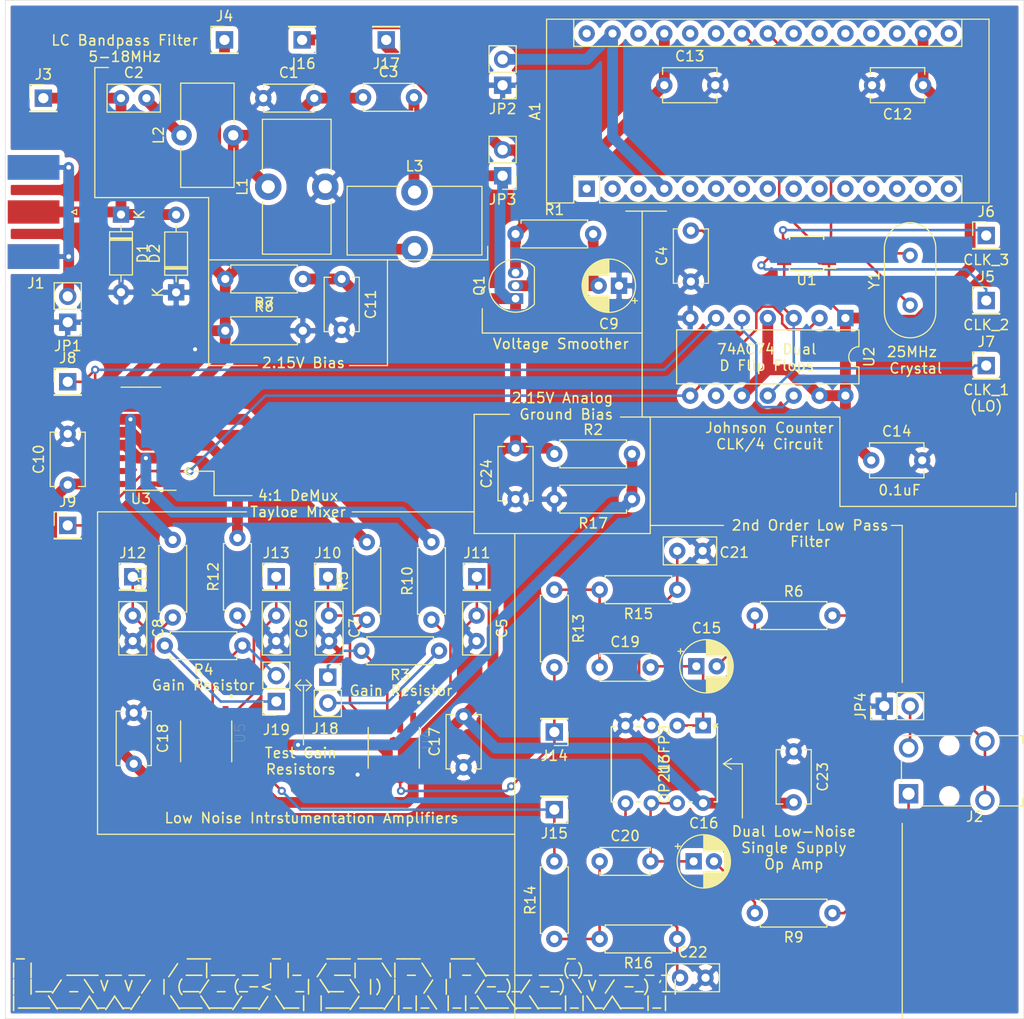
<source format=kicad_pcb>
(kicad_pcb (version 20171130) (host pcbnew "(5.1.5)-3")
  (layers (0 F.Cu signal hide) (31 B.Cu signal hide) (34 B.Paste user) (35 F.Paste user) (36 B.SilkS user) (37 F.SilkS user) (38 B.Mask user) (39 F.Mask user) (44 Edge.Cuts user))
  (net 0 "")
  (net 1 "Net-(A1-Pad1)")
  (net 2 +3V3)
  (net 3 "Net-(A1-Pad2)")
  (net 4 "Net-(A1-Pad18)")
  (net 5 "Net-(A1-Pad3)")
  (net 6 "Net-(A1-Pad19)")
  (net 7 "Net-(A1-Pad29)")
  (net 8 "Net-(A1-Pad20)")
  (net 9 "Net-(A1-Pad5)")
  (net 10 "Net-(A1-Pad21)")
  (net 11 "Net-(A1-Pad6)")
  (net 12 "Net-(A1-Pad22)")
  (net 13 "Net-(A1-Pad7)")
  (net 14 /SDA)
  (net 15 "Net-(A1-Pad8)")
  (net 16 /SCL)
  (net 17 "Net-(A1-Pad9)")
  (net 18 "Net-(A1-Pad25)")
  (net 19 "Net-(A1-Pad10)")
  (net 20 "Net-(A1-Pad26)")
  (net 21 "Net-(A1-Pad11)")
  (net 22 +5V)
  (net 23 "Net-(A1-Pad12)")
  (net 24 "Net-(A1-Pad28)")
  (net 25 "Net-(A1-Pad13)")
  (net 26 "Net-(A1-Pad14)")
  (net 27 "Net-(A1-Pad30)")
  (net 28 "Net-(A1-Pad15)")
  (net 29 "Net-(A1-Pad16)")
  (net 30 "Net-(C1-Pad2)")
  (net 31 GND)
  (net 32 "Net-(C2-Pad1)")
  (net 33 "Net-(C2-Pad2)")
  (net 34 "Net-(C3-Pad2)")
  (net 35 "Net-(C5-Pad1)")
  (net 36 "Net-(C6-Pad1)")
  (net 37 "Net-(C7-Pad1)")
  (net 38 "Net-(C8-Pad1)")
  (net 39 GNDA)
  (net 40 "Net-(C15-Pad1)")
  (net 41 "Net-(C15-Pad2)")
  (net 42 "Net-(C16-Pad1)")
  (net 43 "Net-(C16-Pad2)")
  (net 44 "Net-(J1-Pad2)")
  (net 45 "Net-(J2-PadT)")
  (net 46 "Net-(R5-Pad2)")
  (net 47 "Net-(J2-PadR)")
  (net 48 "Net-(R10-Pad2)")
  (net 49 "Net-(R11-Pad2)")
  (net 50 "Net-(R12-Pad2)")
  (net 51 "Net-(U1-Pad2)")
  (net 52 "Net-(U1-Pad3)")
  (net 53 /Q_LO)
  (net 54 "Net-(U2-Pad9)")
  (net 55 "Net-(U2-Pad12)")
  (net 56 /I_LO)
  (net 57 "Net-(J6-Pad1)")
  (net 58 "Net-(J5-Pad1)")
  (net 59 "Net-(J7-Pad1)")
  (net 60 "Net-(C19-Pad1)")
  (net 61 "Net-(C20-Pad1)")
  (net 62 "Net-(C21-Pad1)")
  (net 63 "Net-(C22-Pad1)")
  (net 64 /FIL_OUT)
  (net 65 "Net-(J14-Pad1)")
  (net 66 "Net-(J15-Pad1)")
  (net 67 +4.3V)
  (net 68 "Net-(J2-PadS)")
  (net 69 "Net-(C9-Pad2)")
  (net 70 "Net-(J18-Pad2)")
  (net 71 "Net-(J18-Pad1)")
  (net 72 "Net-(J19-Pad1)")
  (net 73 "Net-(J19-Pad2)")
  (module Diode_THT:D_DO-35_SOD27_P7.62mm_Horizontal (layer F.Cu) (at 91.77 73.682 90)
    (fp_text reference D2 (at 3.81 -2.12 90) (layer F.SilkS))
    (fp_text value 1N914)
    (fp_text user K (at 0 -1.8 90) (layer F.SilkS))
    (pad 1 thru_hole rect (at 0 0 90) (size 1.6 1.6) (drill 0.8) (layers *.Cu *.Mask) (net 31 GND))
    (pad 2 thru_hole oval (at 7.62 0 90) (size 1.6 1.6) (drill 0.8) (layers *.Cu *.Mask) (net 32 "Net-(C2-Pad1)"))
  )
  (module Package_DIP:DIP-14_W7.62mm (layer F.Cu) (at 157.48 76.2 270)
    (fp_text reference U2 (at 3.81 -2.33 90) (layer F.SilkS))
    (fp_text value 74AC74)
    (pad 1 thru_hole rect (at 0 0 270) (size 1.6 1.6) (drill 0.8) (layers *.Cu *.Mask) (net 2 +3V3))
    (pad 8 thru_hole oval (at 7.62 15.24 270) (size 1.6 1.6) (drill 0.8) (layers *.Cu *.Mask) (net 53 /Q_LO))
    (pad 2 thru_hole oval (at 0 2.54 270) (size 1.6 1.6) (drill 0.8) (layers *.Cu *.Mask) (net 53 /Q_LO))
    (pad 9 thru_hole oval (at 7.62 12.7 270) (size 1.6 1.6) (drill 0.8) (layers *.Cu *.Mask) (net 54 "Net-(U2-Pad9)"))
    (pad 3 thru_hole oval (at 0 5.08 270) (size 1.6 1.6) (drill 0.8) (layers *.Cu *.Mask) (net 59 "Net-(J7-Pad1)"))
    (pad 10 thru_hole oval (at 7.62 10.16 270) (size 1.6 1.6) (drill 0.8) (layers *.Cu *.Mask) (net 2 +3V3))
    (pad 4 thru_hole oval (at 0 7.62 270) (size 1.6 1.6) (drill 0.8) (layers *.Cu *.Mask) (net 2 +3V3))
    (pad 11 thru_hole oval (at 7.62 7.62 270) (size 1.6 1.6) (drill 0.8) (layers *.Cu *.Mask) (net 59 "Net-(J7-Pad1)"))
    (pad 5 thru_hole oval (at 0 10.16 270) (size 1.6 1.6) (drill 0.8) (layers *.Cu *.Mask) (net 55 "Net-(U2-Pad12)"))
    (pad 12 thru_hole oval (at 7.62 5.08 270) (size 1.6 1.6) (drill 0.8) (layers *.Cu *.Mask) (net 55 "Net-(U2-Pad12)"))
    (pad 6 thru_hole oval (at 0 12.7 270) (size 1.6 1.6) (drill 0.8) (layers *.Cu *.Mask) (net 56 /I_LO))
    (pad 13 thru_hole oval (at 7.62 2.54 270) (size 1.6 1.6) (drill 0.8) (layers *.Cu *.Mask) (net 2 +3V3))
    (pad 7 thru_hole oval (at 0 15.24 270) (size 1.6 1.6) (drill 0.8) (layers *.Cu *.Mask) (net 31 GND))
    (pad 14 thru_hole oval (at 7.62 0 270) (size 1.6 1.6) (drill 0.8) (layers *.Cu *.Mask) (net 2 +3V3))
  )
  (module Package_SO:SOIC-16_3.9x9.9mm_P1.27mm (layer F.Cu) (at 88.312 88.046 180)
    (fp_text reference U3 (at 0 -5.9) (layer F.SilkS))
    (fp_text value SN74CBT3253)
    (pad 1 smd roundrect (at -2.475 -4.445 180) (size 1.95 0.6) (layers F.Cu F.Paste F.Mask) (net 31 GND))
    (pad 2 smd roundrect (at -2.475 -3.175 180) (size 1.95 0.6) (layers F.Cu F.Paste F.Mask) (net 53 /Q_LO))
    (pad 3 smd roundrect (at -2.475 -1.905 180) (size 1.95 0.6) (layers F.Cu F.Paste F.Mask) (net 48 "Net-(R10-Pad2)"))
    (pad 4 smd roundrect (at -2.475 -0.635 180) (size 1.95 0.6) (layers F.Cu F.Paste F.Mask) (net 50 "Net-(R12-Pad2)"))
    (pad 5 smd roundrect (at -2.475 0.635 180) (size 1.95 0.6) (layers F.Cu F.Paste F.Mask) (net 49 "Net-(R11-Pad2)"))
    (pad 6 smd roundrect (at -2.475 1.905 180) (size 1.95 0.6) (layers F.Cu F.Paste F.Mask) (net 46 "Net-(R5-Pad2)"))
    (pad 7 smd roundrect (at -2.475 3.175 180) (size 1.95 0.6) (layers F.Cu F.Paste F.Mask) (net 64 /FIL_OUT))
    (pad 8 smd roundrect (at -2.475 4.445 180) (size 1.95 0.6) (layers F.Cu F.Paste F.Mask) (net 31 GND))
    (pad 9 smd roundrect (at 2.475 4.445 180) (size 1.95 0.6) (layers F.Cu F.Paste F.Mask) (net 64 /FIL_OUT))
    (pad 10 smd roundrect (at 2.475 3.175 180) (size 1.95 0.6) (layers F.Cu F.Paste F.Mask) (net 46 "Net-(R5-Pad2)"))
    (pad 11 smd roundrect (at 2.475 1.905 180) (size 1.95 0.6) (layers F.Cu F.Paste F.Mask) (net 49 "Net-(R11-Pad2)"))
    (pad 12 smd roundrect (at 2.475 0.635 180) (size 1.95 0.6) (layers F.Cu F.Paste F.Mask) (net 50 "Net-(R12-Pad2)"))
    (pad 13 smd roundrect (at 2.475 -0.635 180) (size 1.95 0.6) (layers F.Cu F.Paste F.Mask) (net 48 "Net-(R10-Pad2)"))
    (pad 14 smd roundrect (at 2.475 -1.905 180) (size 1.95 0.6) (layers F.Cu F.Paste F.Mask) (net 56 /I_LO))
    (pad 15 smd roundrect (at 2.475 -3.175 180) (size 1.95 0.6) (layers F.Cu F.Paste F.Mask) (net 31 GND))
    (pad 16 smd roundrect (at 2.475 -4.445 180) (size 1.95 0.6) (layers F.Cu F.Paste F.Mask) (net 67 +4.3V))
  )
  (module Module:Arduino_Nano (layer F.Cu) (at 132.08 63.5 90)
    (fp_text reference A1 (at 7.62 -5.08 90) (layer F.SilkS))
    (fp_text value Arduino_Nano_v3.x)
    (pad 1 thru_hole rect (at 0 0 90) (size 1.6 1.6) (drill 0.8) (layers *.Cu *.Mask) (net 1 "Net-(A1-Pad1)"))
    (pad 17 thru_hole oval (at 15.24 33.02 90) (size 1.6 1.6) (drill 0.8) (layers *.Cu *.Mask) (net 2 +3V3))
    (pad 2 thru_hole oval (at 0 2.54 90) (size 1.6 1.6) (drill 0.8) (layers *.Cu *.Mask) (net 3 "Net-(A1-Pad2)"))
    (pad 18 thru_hole oval (at 15.24 30.48 90) (size 1.6 1.6) (drill 0.8) (layers *.Cu *.Mask) (net 4 "Net-(A1-Pad18)"))
    (pad 3 thru_hole oval (at 0 5.08 90) (size 1.6 1.6) (drill 0.8) (layers *.Cu *.Mask) (net 5 "Net-(A1-Pad3)"))
    (pad 19 thru_hole oval (at 15.24 27.94 90) (size 1.6 1.6) (drill 0.8) (layers *.Cu *.Mask) (net 6 "Net-(A1-Pad19)"))
    (pad 4 thru_hole oval (at 0 7.62 90) (size 1.6 1.6) (drill 0.8) (layers *.Cu *.Mask) (net 7 "Net-(A1-Pad29)"))
    (pad 20 thru_hole oval (at 15.24 25.4 90) (size 1.6 1.6) (drill 0.8) (layers *.Cu *.Mask) (net 8 "Net-(A1-Pad20)"))
    (pad 5 thru_hole oval (at 0 10.16 90) (size 1.6 1.6) (drill 0.8) (layers *.Cu *.Mask) (net 9 "Net-(A1-Pad5)"))
    (pad 21 thru_hole oval (at 15.24 22.86 90) (size 1.6 1.6) (drill 0.8) (layers *.Cu *.Mask) (net 10 "Net-(A1-Pad21)"))
    (pad 6 thru_hole oval (at 0 12.7 90) (size 1.6 1.6) (drill 0.8) (layers *.Cu *.Mask) (net 11 "Net-(A1-Pad6)"))
    (pad 22 thru_hole oval (at 15.24 20.32 90) (size 1.6 1.6) (drill 0.8) (layers *.Cu *.Mask) (net 12 "Net-(A1-Pad22)"))
    (pad 7 thru_hole oval (at 0 15.24 90) (size 1.6 1.6) (drill 0.8) (layers *.Cu *.Mask) (net 13 "Net-(A1-Pad7)"))
    (pad 23 thru_hole oval (at 15.24 17.78 90) (size 1.6 1.6) (drill 0.8) (layers *.Cu *.Mask) (net 14 /SDA))
    (pad 8 thru_hole oval (at 0 17.78 90) (size 1.6 1.6) (drill 0.8) (layers *.Cu *.Mask) (net 15 "Net-(A1-Pad8)"))
    (pad 24 thru_hole oval (at 15.24 15.24 90) (size 1.6 1.6) (drill 0.8) (layers *.Cu *.Mask) (net 16 /SCL))
    (pad 9 thru_hole oval (at 0 20.32 90) (size 1.6 1.6) (drill 0.8) (layers *.Cu *.Mask) (net 17 "Net-(A1-Pad9)"))
    (pad 25 thru_hole oval (at 15.24 12.7 90) (size 1.6 1.6) (drill 0.8) (layers *.Cu *.Mask) (net 18 "Net-(A1-Pad25)"))
    (pad 10 thru_hole oval (at 0 22.86 90) (size 1.6 1.6) (drill 0.8) (layers *.Cu *.Mask) (net 19 "Net-(A1-Pad10)"))
    (pad 26 thru_hole oval (at 15.24 10.16 90) (size 1.6 1.6) (drill 0.8) (layers *.Cu *.Mask) (net 20 "Net-(A1-Pad26)"))
    (pad 11 thru_hole oval (at 0 25.4 90) (size 1.6 1.6) (drill 0.8) (layers *.Cu *.Mask) (net 21 "Net-(A1-Pad11)"))
    (pad 27 thru_hole oval (at 15.24 7.62 90) (size 1.6 1.6) (drill 0.8) (layers *.Cu *.Mask) (net 22 +5V))
    (pad 12 thru_hole oval (at 0 27.94 90) (size 1.6 1.6) (drill 0.8) (layers *.Cu *.Mask) (net 23 "Net-(A1-Pad12)"))
    (pad 28 thru_hole oval (at 15.24 5.08 90) (size 1.6 1.6) (drill 0.8) (layers *.Cu *.Mask) (net 24 "Net-(A1-Pad28)"))
    (pad 13 thru_hole oval (at 0 30.48 90) (size 1.6 1.6) (drill 0.8) (layers *.Cu *.Mask) (net 25 "Net-(A1-Pad13)"))
    (pad 29 thru_hole oval (at 15.24 2.54 90) (size 1.6 1.6) (drill 0.8) (layers *.Cu *.Mask) (net 7 "Net-(A1-Pad29)"))
    (pad 14 thru_hole oval (at 0 33.02 90) (size 1.6 1.6) (drill 0.8) (layers *.Cu *.Mask) (net 26 "Net-(A1-Pad14)"))
    (pad 30 thru_hole oval (at 15.24 0 90) (size 1.6 1.6) (drill 0.8) (layers *.Cu *.Mask) (net 27 "Net-(A1-Pad30)"))
    (pad 15 thru_hole oval (at 0 35.56 90) (size 1.6 1.6) (drill 0.8) (layers *.Cu *.Mask) (net 28 "Net-(A1-Pad15)"))
    (pad 16 thru_hole oval (at 15.24 35.56 90) (size 1.6 1.6) (drill 0.8) (layers *.Cu *.Mask) (net 29 "Net-(A1-Pad16)"))
  )
  (module Diode_THT:D_DO-35_SOD27_P7.62mm_Horizontal (layer F.Cu) (at 86.36 66.04 270)
    (fp_text reference D1 (at 3.81 -2.12 90) (layer F.SilkS))
    (fp_text value 1N914)
    (fp_text user K (at 0 -1.8 90) (layer F.SilkS))
    (pad 2 thru_hole oval (at 7.62 0 270) (size 1.6 1.6) (drill 0.8) (layers *.Cu *.Mask) (net 31 GND))
    (pad 1 thru_hole rect (at 0 0 270) (size 1.6 1.6) (drill 0.8) (layers *.Cu *.Mask) (net 32 "Net-(C2-Pad1)"))
  )
  (module Connector_Coaxial:SMA_Molex_73251-1153_EdgeMount_Horizontal (layer F.Cu) (at 79.502 65.786)
    (fp_text reference J1 (at -1.5 7) (layer F.SilkS))
    (fp_text value Conn_Coaxial)
    (pad 1 smd rect (at -1.72 0) (size 5.08 2.29) (layers F.Cu F.Paste F.Mask) (net 32 "Net-(C2-Pad1)"))
    (pad 2 smd rect (at -1.72 -4.38) (size 5.08 2.42) (layers F.Cu F.Paste F.Mask) (net 44 "Net-(J1-Pad2)"))
    (pad 2 smd rect (at -1.72 4.38) (size 5.08 2.42) (layers F.Cu F.Paste F.Mask) (net 44 "Net-(J1-Pad2)"))
    (pad 2 smd rect (at -1.72 -4.38) (size 5.08 2.42) (layers B.Cu B.Paste B.Mask) (net 44 "Net-(J1-Pad2)"))
    (pad 2 smd rect (at -1.72 4.38) (size 5.08 2.42) (layers B.Cu B.Paste B.Mask) (net 44 "Net-(J1-Pad2)"))
    (pad 2 thru_hole circle (at 1.72 -4.38) (size 0.97 0.97) (drill 0.46) (layers *.Cu) (net 44 "Net-(J1-Pad2)"))
    (pad 2 thru_hole circle (at 1.72 4.38) (size 0.97 0.97) (drill 0.46) (layers *.Cu) (net 44 "Net-(J1-Pad2)"))
    (pad 2 smd rect (at 1.27 -4.38) (size 0.95 0.46) (layers F.Cu) (net 44 "Net-(J1-Pad2)"))
    (pad 2 smd rect (at 1.27 4.38) (size 0.95 0.46) (layers F.Cu) (net 44 "Net-(J1-Pad2)"))
    (pad 2 smd rect (at 1.27 -4.38) (size 0.95 0.46) (layers B.Cu) (net 44 "Net-(J1-Pad2)"))
    (pad 2 smd rect (at 1.27 4.38) (size 0.95 0.46) (layers B.Cu) (net 44 "Net-(J1-Pad2)"))
  )
  (module Connector_PinHeader_2.54mm:PinHeader_1x02_P2.54mm_Vertical (layer F.Cu) (at 81.13 76.608 180)
    (fp_text reference JP1 (at 0 -2.33) (layer F.SilkS))
    (fp_text value Jumper_NC_Small)
    (pad 1 thru_hole rect (at 0 0 180) (size 1.7 1.7) (drill 1) (layers *.Cu *.Mask) (net 31 GND))
    (pad 2 thru_hole oval (at 0 2.54 180) (size 1.7 1.7) (drill 1) (layers *.Cu *.Mask) (net 44 "Net-(J1-Pad2)"))
  )
  (module Connector_PinHeader_2.54mm:PinHeader_1x02_P2.54mm_Vertical (layer F.Cu) (at 123.825 53.34 180)
    (fp_text reference JP2 (at 0 -2.33) (layer F.SilkS))
    (fp_text value Jumper_NC_Small)
    (pad 2 thru_hole oval (at 0 2.54 180) (size 1.7 1.7) (drill 1) (layers *.Cu *.Mask) (net 7 "Net-(A1-Pad29)"))
    (pad 1 thru_hole rect (at 0 0 180) (size 1.7 1.7) (drill 1) (layers *.Cu *.Mask) (net 31 GND))
  )
  (module Resistor_THT:R_Axial_DIN0207_L6.3mm_D2.5mm_P7.62mm_Horizontal (layer F.Cu) (at 125.095 67.945)
    (fp_text reference R1 (at 3.81 -2.37) (layer F.SilkS))
    (fp_text value 1k)
    (pad 1 thru_hole circle (at 0 0) (size 1.6 1.6) (drill 0.8) (layers *.Cu *.Mask) (net 22 +5V))
    (pad 2 thru_hole oval (at 7.62 0) (size 1.6 1.6) (drill 0.8) (layers *.Cu *.Mask) (net 69 "Net-(C9-Pad2)"))
  )
  (module Resistor_THT:R_Axial_DIN0207_L6.3mm_D2.5mm_P7.62mm_Horizontal (layer F.Cu) (at 117.582 108.868 180)
    (fp_text reference R3 (at 3.81 -2.37) (layer F.SilkS))
    (fp_text value 33)
    (pad 1 thru_hole circle (at 0 0 180) (size 1.6 1.6) (drill 0.8) (layers *.Cu *.Mask) (net 70 "Net-(J18-Pad2)"))
    (pad 2 thru_hole oval (at 7.62 0 180) (size 1.6 1.6) (drill 0.8) (layers *.Cu *.Mask) (net 71 "Net-(J18-Pad1)"))
  )
  (module Resistor_THT:R_Axial_DIN0207_L6.3mm_D2.5mm_P7.62mm_Horizontal (layer F.Cu) (at 98.278 108.36 180)
    (fp_text reference R4 (at 3.81 -2.37) (layer F.SilkS))
    (fp_text value 33)
    (pad 2 thru_hole oval (at 7.62 0 180) (size 1.6 1.6) (drill 0.8) (layers *.Cu *.Mask) (net 72 "Net-(J19-Pad1)"))
    (pad 1 thru_hole circle (at 0 0 180) (size 1.6 1.6) (drill 0.8) (layers *.Cu *.Mask) (net 73 "Net-(J19-Pad2)"))
  )
  (module Resistor_THT:R_Axial_DIN0207_L6.3mm_D2.5mm_P7.62mm_Horizontal (layer F.Cu) (at 110.49 105.82 90)
    (fp_text reference R5 (at 3.81 -2.37 90) (layer F.SilkS))
    (fp_text value 50)
    (pad 1 thru_hole circle (at 0 0 90) (size 1.6 1.6) (drill 0.8) (layers *.Cu *.Mask) (net 37 "Net-(C7-Pad1)"))
    (pad 2 thru_hole oval (at 7.62 0 90) (size 1.6 1.6) (drill 0.8) (layers *.Cu *.Mask) (net 46 "Net-(R5-Pad2)"))
  )
  (module Resistor_THT:R_Axial_DIN0207_L6.3mm_D2.5mm_P7.62mm_Horizontal (layer F.Cu) (at 148.59 105.41)
    (fp_text reference R6 (at 3.81 -2.37) (layer F.SilkS))
    (fp_text value 100)
    (pad 2 thru_hole oval (at 7.62 0) (size 1.6 1.6) (drill 0.8) (layers *.Cu *.Mask) (net 45 "Net-(J2-PadT)"))
    (pad 1 thru_hole circle (at 0 0) (size 1.6 1.6) (drill 0.8) (layers *.Cu *.Mask) (net 41 "Net-(C15-Pad2)"))
  )
  (module Resistor_THT:R_Axial_DIN0207_L6.3mm_D2.5mm_P7.62mm_Horizontal (layer F.Cu) (at 104.216 72.364 180)
    (fp_text reference R7 (at 3.81 -2.37) (layer F.SilkS))
    (fp_text value 10k)
    (pad 2 thru_hole oval (at 7.62 0 180) (size 1.6 1.6) (drill 0.8) (layers *.Cu *.Mask) (net 64 /FIL_OUT))
    (pad 1 thru_hole circle (at 0 0 180) (size 1.6 1.6) (drill 0.8) (layers *.Cu *.Mask) (net 67 +4.3V))
  )
  (module Resistor_THT:R_Axial_DIN0207_L6.3mm_D2.5mm_P7.62mm_Horizontal (layer F.Cu) (at 96.596 77.444)
    (fp_text reference R8 (at 3.81 -2.37) (layer F.SilkS))
    (fp_text value 10k)
    (pad 1 thru_hole circle (at 0 0) (size 1.6 1.6) (drill 0.8) (layers *.Cu *.Mask) (net 64 /FIL_OUT))
    (pad 2 thru_hole oval (at 7.62 0) (size 1.6 1.6) (drill 0.8) (layers *.Cu *.Mask) (net 31 GND))
  )
  (module Resistor_THT:R_Axial_DIN0207_L6.3mm_D2.5mm_P7.62mm_Horizontal (layer F.Cu) (at 156.21 134.62 180)
    (fp_text reference R9 (at 3.81 -2.37) (layer F.SilkS))
    (fp_text value 100)
    (pad 1 thru_hole circle (at 0 0 180) (size 1.6 1.6) (drill 0.8) (layers *.Cu *.Mask) (net 47 "Net-(J2-PadR)"))
    (pad 2 thru_hole oval (at 7.62 0 180) (size 1.6 1.6) (drill 0.8) (layers *.Cu *.Mask) (net 43 "Net-(C16-Pad2)"))
  )
  (module Resistor_THT:R_Axial_DIN0207_L6.3mm_D2.5mm_P7.62mm_Horizontal (layer F.Cu) (at 116.84 105.82 90)
    (fp_text reference R10 (at 3.81 -2.37 90) (layer F.SilkS))
    (fp_text value 50)
    (pad 2 thru_hole oval (at 7.62 0 90) (size 1.6 1.6) (drill 0.8) (layers *.Cu *.Mask) (net 48 "Net-(R10-Pad2)"))
    (pad 1 thru_hole circle (at 0 0 90) (size 1.6 1.6) (drill 0.8) (layers *.Cu *.Mask) (net 35 "Net-(C5-Pad1)"))
  )
  (module Resistor_THT:R_Axial_DIN0207_L6.3mm_D2.5mm_P7.62mm_Horizontal (layer F.Cu) (at 91.44 105.602 90)
    (fp_text reference R11 (at 3.81 -3.076 90) (layer F.SilkS))
    (fp_text value 50)
    (pad 1 thru_hole circle (at 0 0 90) (size 1.6 1.6) (drill 0.8) (layers *.Cu *.Mask) (net 38 "Net-(C8-Pad1)"))
    (pad 2 thru_hole oval (at 7.62 0 90) (size 1.6 1.6) (drill 0.8) (layers *.Cu *.Mask) (net 49 "Net-(R11-Pad2)"))
  )
  (module Resistor_THT:R_Axial_DIN0207_L6.3mm_D2.5mm_P7.62mm_Horizontal (layer F.Cu) (at 97.79 105.41 90)
    (fp_text reference R12 (at 3.81 -2.37 90) (layer F.SilkS))
    (fp_text value 50)
    (pad 2 thru_hole oval (at 7.62 0 90) (size 1.6 1.6) (drill 0.8) (layers *.Cu *.Mask) (net 50 "Net-(R12-Pad2)"))
    (pad 1 thru_hole circle (at 0 0 90) (size 1.6 1.6) (drill 0.8) (layers *.Cu *.Mask) (net 36 "Net-(C6-Pad1)"))
  )
  (module Package_SO:MSOP-10_3x3mm_P0.5mm (layer F.Cu) (at 153.67 69.85 180)
    (fp_text reference U1 (at 0 -2.6) (layer F.SilkS))
    (fp_text value Si5351A-B-GT)
    (pad 1 smd rect (at -2.2 -1 180) (size 1.4 0.3) (layers F.Cu F.Paste F.Mask) (net 2 +3V3))
    (pad 2 smd rect (at -2.2 -0.5 180) (size 1.4 0.3) (layers F.Cu F.Paste F.Mask) (net 51 "Net-(U1-Pad2)"))
    (pad 3 smd rect (at -2.2 0 180) (size 1.4 0.3) (layers F.Cu F.Paste F.Mask) (net 52 "Net-(U1-Pad3)"))
    (pad 4 smd rect (at -2.2 0.5 180) (size 1.4 0.3) (layers F.Cu F.Paste F.Mask) (net 16 /SCL))
    (pad 5 smd rect (at -2.2 1 180) (size 1.4 0.3) (layers F.Cu F.Paste F.Mask) (net 14 /SDA))
    (pad 6 smd rect (at 2.2 1 180) (size 1.4 0.3) (layers F.Cu F.Paste F.Mask) (net 57 "Net-(J6-Pad1)"))
    (pad 7 smd rect (at 2.2 0.5 180) (size 1.4 0.3) (layers F.Cu F.Paste F.Mask) (net 2 +3V3))
    (pad 8 smd rect (at 2.2 0 180) (size 1.4 0.3) (layers F.Cu F.Paste F.Mask) (net 31 GND))
    (pad 9 smd rect (at 2.2 -0.5 180) (size 1.4 0.3) (layers F.Cu F.Paste F.Mask) (net 58 "Net-(J5-Pad1)"))
    (pad 10 smd rect (at 2.2 -1 180) (size 1.4 0.3) (layers F.Cu F.Paste F.Mask) (net 59 "Net-(J7-Pad1)"))
  )
  (module import_footprint:SOIC127P600X175-8N (layer F.Cu) (at 113.137 118.393 270)
    (fp_text reference U4 (at -0.795 -3.322 90) (layer F.SilkS) (effects (font (thickness 0.015))))
    (fp_text value INA821ID)
    (pad 1 smd rect (at -2.475 -1.905 270) (size 1.97 0.57) (layers F.Cu F.Paste F.Mask) (net 35 "Net-(C5-Pad1)"))
    (pad 2 smd rect (at -2.475 -0.635 270) (size 1.97 0.57) (layers F.Cu F.Paste F.Mask) (net 70 "Net-(J18-Pad2)"))
    (pad 3 smd rect (at -2.475 0.635 270) (size 1.97 0.57) (layers F.Cu F.Paste F.Mask) (net 71 "Net-(J18-Pad1)"))
    (pad 4 smd rect (at -2.475 1.905 270) (size 1.97 0.57) (layers F.Cu F.Paste F.Mask) (net 37 "Net-(C7-Pad1)"))
    (pad 5 smd rect (at 2.475 1.905 270) (size 1.97 0.57) (layers F.Cu F.Paste F.Mask) (net 31 GND))
    (pad 6 smd rect (at 2.475 0.635 270) (size 1.97 0.57) (layers F.Cu F.Paste F.Mask) (net 39 GNDA))
    (pad 7 smd rect (at 2.475 -0.635 270) (size 1.97 0.57) (layers F.Cu F.Paste F.Mask) (net 65 "Net-(J14-Pad1)"))
    (pad 8 smd rect (at 2.475 -1.905 270) (size 1.97 0.57) (layers F.Cu F.Paste F.Mask) (net 67 +4.3V))
  )
  (module import_footprint:SOIC127P600X175-8N (layer F.Cu) (at 94.722 117.758 270)
    (fp_text reference U5 (at -0.795 -3.322 90) (layer F.SilkS) (effects (font (thickness 0.015))))
    (fp_text value INA821ID)
    (pad 8 smd rect (at 2.475 -1.905 270) (size 1.97 0.57) (layers F.Cu F.Paste F.Mask) (net 67 +4.3V))
    (pad 7 smd rect (at 2.475 -0.635 270) (size 1.97 0.57) (layers F.Cu F.Paste F.Mask) (net 66 "Net-(J15-Pad1)"))
    (pad 6 smd rect (at 2.475 0.635 270) (size 1.97 0.57) (layers F.Cu F.Paste F.Mask) (net 39 GNDA))
    (pad 5 smd rect (at 2.475 1.905 270) (size 1.97 0.57) (layers F.Cu F.Paste F.Mask) (net 31 GND))
    (pad 4 smd rect (at -2.475 1.905 270) (size 1.97 0.57) (layers F.Cu F.Paste F.Mask) (net 38 "Net-(C8-Pad1)"))
    (pad 3 smd rect (at -2.475 0.635 270) (size 1.97 0.57) (layers F.Cu F.Paste F.Mask) (net 72 "Net-(J19-Pad1)"))
    (pad 2 smd rect (at -2.475 -0.635 270) (size 1.97 0.57) (layers F.Cu F.Paste F.Mask) (net 73 "Net-(J19-Pad2)"))
    (pad 1 smd rect (at -2.475 -1.905 270) (size 1.97 0.57) (layers F.Cu F.Paste F.Mask) (net 36 "Net-(C6-Pad1)"))
  )
  (module Crystal:Crystal_HC49-U_Vertical (layer F.Cu) (at 163.83 74.93 90)
    (fp_text reference Y1 (at 2.44 -3.525 90) (layer F.SilkS))
    (fp_text value Crystal)
    (pad 1 thru_hole circle (at 0 0 90) (size 1.5 1.5) (drill 0.8) (layers *.Cu *.Mask) (net 51 "Net-(U1-Pad2)"))
    (pad 2 thru_hole circle (at 4.88 0 90) (size 1.5 1.5) (drill 0.8) (layers *.Cu *.Mask) (net 52 "Net-(U1-Pad3)"))
  )
  (module Connector_Audio:Jack_3.5mm_Switronic_ST-005-G_horizontal (layer F.Cu) (at 170.18 120.65 180)
    (fp_text reference J2 (at 0 -4.5) (layer F.SilkS))
    (fp_text value AudioJack3)
    (pad T thru_hole circle (at -1 -2.9 180) (size 1.9 1.9) (drill 1.2) (layers *.Cu *.Mask) (net 45 "Net-(J2-PadT)"))
    (pad T thru_hole circle (at -1 2.9 180) (size 1.9 1.9) (drill 1.2) (layers *.Cu *.Mask) (net 45 "Net-(J2-PadT)"))
    (pad R thru_hole rect (at 6.5 -2.25 180) (size 1.9 1.9) (drill 1.2) (layers *.Cu *.Mask) (net 47 "Net-(J2-PadR)"))
    (pad S thru_hole circle (at 6.5 2.25 180) (size 1.9 1.9) (drill 1.2) (layers *.Cu *.Mask) (net 68 "Net-(J2-PadS)"))
    (pad "" np_thru_hole circle (at 2.5 2.5 180) (size 1 1) (drill 1) (layers *.Cu *.Mask))
    (pad "" np_thru_hole circle (at 2.5 -2.5 180) (size 1 1) (drill 1) (layers *.Cu *.Mask))
  )
  (module Connector_PinHeader_2.54mm:PinHeader_1x01_P2.54mm_Vertical (layer F.Cu) (at 78.74 54.61)
    (fp_text reference J3 (at 0 -2.33) (layer F.SilkS))
    (fp_text value FIL_I)
    (pad 1 thru_hole rect (at 0 0) (size 1.7 1.7) (drill 1) (layers *.Cu *.Mask) (net 32 "Net-(C2-Pad1)"))
  )
  (module Connector_PinHeader_2.54mm:PinHeader_1x01_P2.54mm_Vertical (layer F.Cu) (at 96.52 48.895)
    (fp_text reference J4 (at 0 -2.33) (layer F.SilkS))
    (fp_text value FIL_O)
    (pad 1 thru_hole rect (at 0 0) (size 1.7 1.7) (drill 1) (layers *.Cu *.Mask) (net 64 /FIL_OUT))
  )
  (module Connector_PinHeader_2.54mm:PinHeader_1x01_P2.54mm_Vertical (layer F.Cu) (at 171.304 74.48)
    (fp_text reference J5 (at 0 -2.33) (layer F.SilkS))
    (fp_text value CLK_2)
    (pad 1 thru_hole rect (at 0 0) (size 1.7 1.7) (drill 1) (layers *.Cu *.Mask) (net 58 "Net-(J5-Pad1)"))
  )
  (module Connector_PinHeader_2.54mm:PinHeader_1x01_P2.54mm_Vertical (layer F.Cu) (at 171.304 68.096)
    (fp_text reference J6 (at 0 -2.33) (layer F.SilkS))
    (fp_text value CLK_3)
    (pad 1 thru_hole rect (at 0 0) (size 1.7 1.7) (drill 1) (layers *.Cu *.Mask) (net 57 "Net-(J6-Pad1)"))
  )
  (module Connector_PinHeader_2.54mm:PinHeader_1x01_P2.54mm_Vertical (layer F.Cu) (at 171.304 80.864)
    (fp_text reference J7 (at 0 -2.33) (layer F.SilkS))
    (fp_text value CLK_1)
    (pad 1 thru_hole rect (at 0 0) (size 1.7 1.7) (drill 1) (layers *.Cu *.Mask) (net 59 "Net-(J7-Pad1)"))
  )
  (module Connector_PinHeader_2.54mm:PinHeader_1x01_P2.54mm_Vertical (layer F.Cu) (at 81.13 82.46)
    (fp_text reference J8 (at 0 -2.33) (layer F.SilkS))
    (fp_text value I_LO)
    (pad 1 thru_hole rect (at 0 0) (size 1.7 1.7) (drill 1) (layers *.Cu *.Mask) (net 56 /I_LO))
  )
  (module Connector_PinHeader_2.54mm:PinHeader_1x01_P2.54mm_Vertical (layer F.Cu) (at 81.13 96.558)
    (fp_text reference J9 (at 0 -2.33) (layer F.SilkS))
    (fp_text value Q_LO)
    (pad 1 thru_hole rect (at 0 0) (size 1.7 1.7) (drill 1) (layers *.Cu *.Mask) (net 53 /Q_LO))
  )
  (module Connector_PinHeader_2.54mm:PinHeader_1x01_P2.54mm_Vertical (layer F.Cu) (at 106.68 101.6)
    (fp_text reference J10 (at 0 -2.33) (layer F.SilkS))
    (fp_text value I_0)
    (pad 1 thru_hole rect (at 0 0) (size 1.7 1.7) (drill 1) (layers *.Cu *.Mask) (net 37 "Net-(C7-Pad1)"))
  )
  (module Connector_PinHeader_2.54mm:PinHeader_1x01_P2.54mm_Vertical (layer F.Cu) (at 121.296 101.6)
    (fp_text reference J11 (at 0 -2.33) (layer F.SilkS))
    (fp_text value I_180)
    (pad 1 thru_hole rect (at 0 0) (size 1.7 1.7) (drill 1) (layers *.Cu *.Mask) (net 35 "Net-(C5-Pad1)"))
  )
  (module Connector_PinHeader_2.54mm:PinHeader_1x01_P2.54mm_Vertical (layer F.Cu) (at 87.514 101.6)
    (fp_text reference J12 (at 0 -2.33) (layer F.SilkS))
    (fp_text value Q_90)
    (pad 1 thru_hole rect (at 0 0) (size 1.7 1.7) (drill 1) (layers *.Cu *.Mask) (net 38 "Net-(C8-Pad1)"))
  )
  (module Connector_PinHeader_2.54mm:PinHeader_1x01_P2.54mm_Vertical (layer F.Cu) (at 101.6 101.6)
    (fp_text reference J13 (at 0 -2.33) (layer F.SilkS))
    (fp_text value Q_270)
    (pad 1 thru_hole rect (at 0 0) (size 1.7 1.7) (drill 1) (layers *.Cu *.Mask) (net 36 "Net-(C6-Pad1)"))
  )
  (module Connector_PinHeader_2.54mm:PinHeader_1x01_P2.54mm_Vertical (layer F.Cu) (at 128.905 116.84 180)
    (fp_text reference J14 (at 0 -2.33) (layer F.SilkS))
    (fp_text value I_OUT)
    (pad 1 thru_hole rect (at 0 0 180) (size 1.7 1.7) (drill 1) (layers *.Cu *.Mask) (net 65 "Net-(J14-Pad1)"))
  )
  (module Connector_PinHeader_2.54mm:PinHeader_1x01_P2.54mm_Vertical (layer F.Cu) (at 128.905 124.46 180)
    (fp_text reference J15 (at 0 -2.33) (layer F.SilkS))
    (fp_text value Q_OUT)
    (pad 1 thru_hole rect (at 0 0 180) (size 1.7 1.7) (drill 1) (layers *.Cu *.Mask) (net 66 "Net-(J15-Pad1)"))
  )
  (module Capacitor_THT:C_Disc_D4.7mm_W2.5mm_P5.00mm (layer F.Cu) (at 100.33 54.61)
    (fp_text reference C1 (at 2.5 -2.5) (layer F.SilkS))
    (fp_text value 220pF)
    (pad 1 thru_hole circle (at 0 0) (size 1.6 1.6) (drill 0.8) (layers *.Cu *.Mask) (net 31 GND))
    (pad 2 thru_hole circle (at 5 0) (size 1.6 1.6) (drill 0.8) (layers *.Cu *.Mask) (net 30 "Net-(C1-Pad2)"))
  )
  (module Capacitor_THT:C_Disc_D5.1mm_W3.2mm_P5.00mm (layer F.Cu) (at 142.31 72.618 90)
    (fp_text reference C4 (at 2.5 -2.85 90) (layer F.SilkS))
    (fp_text value 0.1u)
    (pad 2 thru_hole circle (at 5 0 90) (size 1.6 1.6) (drill 0.8) (layers *.Cu *.Mask) (net 2 +3V3))
    (pad 1 thru_hole circle (at 0 0 90) (size 1.6 1.6) (drill 0.8) (layers *.Cu *.Mask) (net 31 GND))
  )
  (module Capacitor_THT:C_Disc_D5.0mm_W2.5mm_P2.50mm (layer F.Cu) (at 121.265 105.41 270)
    (fp_text reference C5 (at 1.25 -2.5 90) (layer F.SilkS))
    (fp_text value 100p)
    (pad 1 thru_hole circle (at 0 0 270) (size 1.6 1.6) (drill 0.8) (layers *.Cu *.Mask) (net 35 "Net-(C5-Pad1)"))
    (pad 2 thru_hole circle (at 2.5 0 270) (size 1.6 1.6) (drill 0.8) (layers *.Cu *.Mask) (net 31 GND))
  )
  (module Capacitor_THT:C_Disc_D5.0mm_W2.5mm_P2.50mm (layer F.Cu) (at 101.6 105.41 270)
    (fp_text reference C6 (at 1.25 -2.5 90) (layer F.SilkS))
    (fp_text value 100p)
    (pad 2 thru_hole circle (at 2.5 0 270) (size 1.6 1.6) (drill 0.8) (layers *.Cu *.Mask) (net 31 GND))
    (pad 1 thru_hole circle (at 0 0 270) (size 1.6 1.6) (drill 0.8) (layers *.Cu *.Mask) (net 36 "Net-(C6-Pad1)"))
  )
  (module Capacitor_THT:C_Disc_D5.0mm_W2.5mm_P2.50mm (layer F.Cu) (at 106.787 105.41 270)
    (fp_text reference C7 (at 1.25 -2.5 90) (layer F.SilkS))
    (fp_text value 100p)
    (pad 2 thru_hole circle (at 2.5 0 270) (size 1.6 1.6) (drill 0.8) (layers *.Cu *.Mask) (net 31 GND))
    (pad 1 thru_hole circle (at 0 0 270) (size 1.6 1.6) (drill 0.8) (layers *.Cu *.Mask) (net 37 "Net-(C7-Pad1)"))
  )
  (module Capacitor_THT:C_Disc_D5.0mm_W2.5mm_P2.50mm (layer F.Cu) (at 87.514 105.41 270)
    (fp_text reference C8 (at 1.25 -2.5 90) (layer F.SilkS))
    (fp_text value 100p)
    (pad 1 thru_hole circle (at 0 0 270) (size 1.6 1.6) (drill 0.8) (layers *.Cu *.Mask) (net 38 "Net-(C8-Pad1)"))
    (pad 2 thru_hole circle (at 2.5 0 270) (size 1.6 1.6) (drill 0.8) (layers *.Cu *.Mask) (net 31 GND))
  )
  (module Capacitor_THT:CP_Radial_D5.0mm_P2.00mm (layer F.Cu) (at 135.255 73.025 180)
    (fp_text reference C9 (at 1 -3.75) (layer F.SilkS))
    (fp_text value 10uF)
    (pad 1 thru_hole rect (at 0 0 180) (size 1.6 1.6) (drill 0.8) (layers *.Cu *.Mask) (net 31 GND))
    (pad 2 thru_hole circle (at 2 0 180) (size 1.6 1.6) (drill 0.8) (layers *.Cu *.Mask) (net 69 "Net-(C9-Pad2)"))
  )
  (module Capacitor_THT:C_Disc_D5.1mm_W3.2mm_P5.00mm (layer F.Cu) (at 81.13 92.568 90)
    (fp_text reference C10 (at 2.5 -2.85 90) (layer F.SilkS))
    (fp_text value 0.1u)
    (pad 1 thru_hole circle (at 0 0 90) (size 1.6 1.6) (drill 0.8) (layers *.Cu *.Mask) (net 67 +4.3V))
    (pad 2 thru_hole circle (at 5 0 90) (size 1.6 1.6) (drill 0.8) (layers *.Cu *.Mask) (net 31 GND))
  )
  (module Capacitor_THT:C_Disc_D5.1mm_W3.2mm_P5.00mm (layer F.Cu) (at 108.026 72.364 270)
    (fp_text reference C11 (at 2.5 -2.85 90) (layer F.SilkS))
    (fp_text value 0.1u)
    (pad 1 thru_hole circle (at 0 0 270) (size 1.6 1.6) (drill 0.8) (layers *.Cu *.Mask) (net 67 +4.3V))
    (pad 2 thru_hole circle (at 5 0 270) (size 1.6 1.6) (drill 0.8) (layers *.Cu *.Mask) (net 31 GND))
  )
  (module Capacitor_THT:C_Disc_D5.1mm_W3.2mm_P5.00mm (layer F.Cu) (at 165.1 53.34 180)
    (fp_text reference C12 (at 2.5 -2.85) (layer F.SilkS))
    (fp_text value 0.1u)
    (pad 1 thru_hole circle (at 0 0 180) (size 1.6 1.6) (drill 0.8) (layers *.Cu *.Mask) (net 2 +3V3))
    (pad 2 thru_hole circle (at 5 0 180) (size 1.6 1.6) (drill 0.8) (layers *.Cu *.Mask) (net 31 GND))
  )
  (module Capacitor_THT:C_Disc_D5.1mm_W3.2mm_P5.00mm (layer F.Cu) (at 139.7 53.34)
    (fp_text reference C13 (at 2.5 -2.85) (layer F.SilkS))
    (fp_text value 0.1u)
    (pad 2 thru_hole circle (at 5 0) (size 1.6 1.6) (drill 0.8) (layers *.Cu *.Mask) (net 31 GND))
    (pad 1 thru_hole circle (at 0 0) (size 1.6 1.6) (drill 0.8) (layers *.Cu *.Mask) (net 22 +5V))
  )
  (module Capacitor_THT:C_Disc_D5.1mm_W3.2mm_P5.00mm (layer F.Cu) (at 160.02 90.17)
    (fp_text reference C14 (at 2.5 -2.85) (layer F.SilkS))
    (fp_text value 0.1u)
    (pad 2 thru_hole circle (at 5 0) (size 1.6 1.6) (drill 0.8) (layers *.Cu *.Mask) (net 31 GND))
    (pad 1 thru_hole circle (at 0 0) (size 1.6 1.6) (drill 0.8) (layers *.Cu *.Mask) (net 2 +3V3))
  )
  (module Capacitor_THT:C_Disc_D5.1mm_W3.2mm_P5.00mm (layer F.Cu) (at 119.995 120.298 90)
    (fp_text reference C17 (at 2.5 -2.85 90) (layer F.SilkS))
    (fp_text value 0.1u)
    (pad 1 thru_hole circle (at 0 0 90) (size 1.6 1.6) (drill 0.8) (layers *.Cu *.Mask) (net 31 GND))
    (pad 2 thru_hole circle (at 5 0 90) (size 1.6 1.6) (drill 0.8) (layers *.Cu *.Mask) (net 67 +4.3V))
  )
  (module Capacitor_THT:C_Disc_D5.1mm_W3.2mm_P5.00mm (layer F.Cu) (at 87.61 114.964 270)
    (fp_text reference C18 (at 2.5 -2.85 90) (layer F.SilkS))
    (fp_text value 0.1u)
    (pad 2 thru_hole circle (at 5 0 270) (size 1.6 1.6) (drill 0.8) (layers *.Cu *.Mask) (net 67 +4.3V))
    (pad 1 thru_hole circle (at 0 0 270) (size 1.6 1.6) (drill 0.8) (layers *.Cu *.Mask) (net 31 GND))
  )
  (module Capacitor_THT:C_Disc_D4.7mm_W2.5mm_P5.00mm (layer F.Cu) (at 133.35 110.49)
    (fp_text reference C19 (at 2.5 -2.5) (layer F.SilkS))
    (fp_text value 220p)
    (pad 1 thru_hole circle (at 0 0) (size 1.6 1.6) (drill 0.8) (layers *.Cu *.Mask) (net 60 "Net-(C19-Pad1)"))
    (pad 2 thru_hole circle (at 5 0) (size 1.6 1.6) (drill 0.8) (layers *.Cu *.Mask) (net 40 "Net-(C15-Pad1)"))
  )
  (module Capacitor_THT:C_Disc_D4.7mm_W2.5mm_P5.00mm (layer F.Cu) (at 133.35 129.54)
    (fp_text reference C20 (at 2.5 -2.5) (layer F.SilkS))
    (fp_text value 220p)
    (pad 2 thru_hole circle (at 5 0) (size 1.6 1.6) (drill 0.8) (layers *.Cu *.Mask) (net 42 "Net-(C16-Pad1)"))
    (pad 1 thru_hole circle (at 0 0) (size 1.6 1.6) (drill 0.8) (layers *.Cu *.Mask) (net 61 "Net-(C20-Pad1)"))
  )
  (module Capacitor_THT:C_Disc_D5.0mm_W2.5mm_P2.50mm (layer F.Cu) (at 140.97 99.06)
    (fp_text reference C21 (at 5.596 0.158) (layer F.SilkS))
    (fp_text value 100p)
    (pad 2 thru_hole circle (at 2.5 0) (size 1.6 1.6) (drill 0.8) (layers *.Cu *.Mask) (net 31 GND))
    (pad 1 thru_hole circle (at 0 0) (size 1.6 1.6) (drill 0.8) (layers *.Cu *.Mask) (net 62 "Net-(C21-Pad1)"))
  )
  (module Capacitor_THT:C_Disc_D5.0mm_W2.5mm_P2.50mm (layer F.Cu) (at 141.246 140.97)
    (fp_text reference C22 (at 1.25 -2.5) (layer F.SilkS))
    (fp_text value 100p)
    (pad 1 thru_hole circle (at 0 0) (size 1.6 1.6) (drill 0.8) (layers *.Cu *.Mask) (net 63 "Net-(C22-Pad1)"))
    (pad 2 thru_hole circle (at 2.5 0) (size 1.6 1.6) (drill 0.8) (layers *.Cu *.Mask) (net 31 GND))
  )
  (module Capacitor_THT:C_Disc_D5.1mm_W3.2mm_P5.00mm (layer F.Cu) (at 152.4 118.745 270)
    (fp_text reference C23 (at 2.5 -2.85 90) (layer F.SilkS))
    (fp_text value 0.1u)
    (pad 1 thru_hole circle (at 0 0 270) (size 1.6 1.6) (drill 0.8) (layers *.Cu *.Mask) (net 31 GND))
    (pad 2 thru_hole circle (at 5 0 270) (size 1.6 1.6) (drill 0.8) (layers *.Cu *.Mask) (net 67 +4.3V))
  )
  (module Resistor_THT:R_Axial_DIN0207_L6.3mm_D2.5mm_P7.62mm_Horizontal (layer F.Cu) (at 128.905 102.87 270)
    (fp_text reference R13 (at 3.81 -2.37 90) (layer F.SilkS))
    (fp_text value 8.2k)
    (pad 2 thru_hole oval (at 7.62 0 270) (size 1.6 1.6) (drill 0.8) (layers *.Cu *.Mask) (net 65 "Net-(J14-Pad1)"))
    (pad 1 thru_hole circle (at 0 0 270) (size 1.6 1.6) (drill 0.8) (layers *.Cu *.Mask) (net 60 "Net-(C19-Pad1)"))
  )
  (module Resistor_THT:R_Axial_DIN0207_L6.3mm_D2.5mm_P7.62mm_Horizontal (layer F.Cu) (at 128.905 137.16 90)
    (fp_text reference R14 (at 3.81 -2.37 90) (layer F.SilkS))
    (fp_text value 8.2k)
    (pad 2 thru_hole oval (at 7.62 0 90) (size 1.6 1.6) (drill 0.8) (layers *.Cu *.Mask) (net 66 "Net-(J15-Pad1)"))
    (pad 1 thru_hole circle (at 0 0 90) (size 1.6 1.6) (drill 0.8) (layers *.Cu *.Mask) (net 61 "Net-(C20-Pad1)"))
  )
  (module Resistor_THT:R_Axial_DIN0207_L6.3mm_D2.5mm_P7.62mm_Horizontal (layer F.Cu) (at 140.97 102.87 180)
    (fp_text reference R15 (at 3.81 -2.37) (layer F.SilkS))
    (fp_text value 15k)
    (pad 1 thru_hole circle (at 0 0 180) (size 1.6 1.6) (drill 0.8) (layers *.Cu *.Mask) (net 62 "Net-(C21-Pad1)"))
    (pad 2 thru_hole oval (at 7.62 0 180) (size 1.6 1.6) (drill 0.8) (layers *.Cu *.Mask) (net 60 "Net-(C19-Pad1)"))
  )
  (module Resistor_THT:R_Axial_DIN0207_L6.3mm_D2.5mm_P7.62mm_Horizontal (layer F.Cu) (at 140.97 137.16 180)
    (fp_text reference R16 (at 3.81 -2.37) (layer F.SilkS))
    (fp_text value 15k)
    (pad 1 thru_hole circle (at 0 0 180) (size 1.6 1.6) (drill 0.8) (layers *.Cu *.Mask) (net 63 "Net-(C22-Pad1)"))
    (pad 2 thru_hole oval (at 7.62 0 180) (size 1.6 1.6) (drill 0.8) (layers *.Cu *.Mask) (net 61 "Net-(C20-Pad1)"))
  )
  (module Imported_Footprints:OP213FPZ (layer F.Cu) (at 143.51 116.205 270)
    (fp_text reference U6 (at 3.81 3.81 90) (layer F.SilkS))
    (fp_text value OP213FPZ (at 3.81 3.81 90) (layer F.SilkS))
    (fp_text user * (at 0 -1.524 90) (layer F.SilkS))
    (fp_text user * (at 0 -1.524 90) (layer F.SilkS))
    (pad 1 thru_hole rect (at 0 0 270) (size 1.524 1.524) (drill 0.8128) (layers *.Cu *.Mask) (net 40 "Net-(C15-Pad1)"))
    (pad 2 thru_hole circle (at 0 2.54 270) (size 1.524 1.524) (drill 0.8128) (layers *.Cu *.Mask) (net 40 "Net-(C15-Pad1)"))
    (pad 3 thru_hole circle (at 0 5.08 270) (size 1.524 1.524) (drill 0.8128) (layers *.Cu *.Mask) (net 62 "Net-(C21-Pad1)"))
    (pad 4 thru_hole circle (at 0 7.62 270) (size 1.524 1.524) (drill 0.8128) (layers *.Cu *.Mask) (net 31 GND))
    (pad 5 thru_hole circle (at 7.62 7.62 270) (size 1.524 1.524) (drill 0.8128) (layers *.Cu *.Mask) (net 63 "Net-(C22-Pad1)"))
    (pad 6 thru_hole circle (at 7.62 5.08 270) (size 1.524 1.524) (drill 0.8128) (layers *.Cu *.Mask) (net 42 "Net-(C16-Pad1)"))
    (pad 7 thru_hole circle (at 7.62 2.54 270) (size 1.524 1.524) (drill 0.8128) (layers *.Cu *.Mask) (net 42 "Net-(C16-Pad1)"))
    (pad 8 thru_hole circle (at 7.62 0 270) (size 1.524 1.524) (drill 0.8128) (layers *.Cu *.Mask) (net 67 +4.3V))
  )
  (module Capacitor_THT:C_Disc_D5.1mm_W3.2mm_P5.00mm (layer F.Cu) (at 125.095 93.98 90)
    (fp_text reference C24 (at 2.5 -2.85 90) (layer F.SilkS))
    (fp_text value 0.1u)
    (pad 1 thru_hole circle (at 0 0 90) (size 1.6 1.6) (drill 0.8) (layers *.Cu *.Mask) (net 31 GND))
    (pad 2 thru_hole circle (at 5 0 90) (size 1.6 1.6) (drill 0.8) (layers *.Cu *.Mask) (net 67 +4.3V))
  )
  (module Connector_PinHeader_2.54mm:PinHeader_1x01_P2.54mm_Vertical (layer F.Cu) (at 104.14 48.895 180)
    (fp_text reference J16 (at 0 -2.33) (layer F.SilkS))
    (fp_text value 5V)
    (pad 1 thru_hole rect (at 0 0 180) (size 1.7 1.7) (drill 1) (layers *.Cu *.Mask) (net 22 +5V))
  )
  (module Connector_PinHeader_2.54mm:PinHeader_1x01_P2.54mm_Vertical (layer F.Cu) (at 112.395 48.895 180)
    (fp_text reference J17 (at 0 -2.33) (layer F.SilkS))
    (fp_text value 4.3V)
    (pad 1 thru_hole rect (at 0 0 180) (size 1.7 1.7) (drill 1) (layers *.Cu *.Mask) (net 67 +4.3V))
  )
  (module Connector_PinHeader_2.54mm:PinHeader_1x02_P2.54mm_Vertical (layer F.Cu) (at 123.825 62.23 180)
    (fp_text reference JP3 (at 0 -2.33) (layer F.SilkS))
    (fp_text value Jumper_NC_Small)
    (pad 2 thru_hole oval (at 0 2.54 180) (size 1.7 1.7) (drill 1) (layers *.Cu *.Mask) (net 22 +5V))
    (pad 1 thru_hole rect (at 0 0 180) (size 1.7 1.7) (drill 1) (layers *.Cu *.Mask) (net 67 +4.3V))
  )
  (module Connector_PinHeader_2.54mm:PinHeader_1x02_P2.54mm_Vertical (layer F.Cu) (at 161.29 114.3 90)
    (fp_text reference JP4 (at 0 -2.33 90) (layer F.SilkS))
    (fp_text value Jumper_NC_Small)
    (pad 1 thru_hole rect (at 0 0 90) (size 1.7 1.7) (drill 1) (layers *.Cu *.Mask) (net 31 GND))
    (pad 2 thru_hole oval (at 0 2.54 90) (size 1.7 1.7) (drill 1) (layers *.Cu *.Mask) (net 68 "Net-(J2-PadS)"))
  )
  (module Package_TO_SOT_THT:TO-92_Inline (layer F.Cu) (at 125.095 74.295 90)
    (fp_text reference Q1 (at 1.27 -3.56 90) (layer F.SilkS))
    (fp_text value PN2222A)
    (pad 2 thru_hole oval (at 1.27 0 90) (size 1.05 1.5) (drill 0.75) (layers *.Cu *.Mask) (net 69 "Net-(C9-Pad2)"))
    (pad 3 thru_hole oval (at 2.54 0 90) (size 1.05 1.5) (drill 0.75) (layers *.Cu *.Mask) (net 22 +5V))
    (pad 1 thru_hole rect (at 0 0 90) (size 1.05 1.5) (drill 0.75) (layers *.Cu *.Mask) (net 67 +4.3V))
  )
  (module Resistor_THT:R_Axial_DIN0207_L6.3mm_D2.5mm_P7.62mm_Horizontal (layer F.Cu) (at 128.905 89.535)
    (fp_text reference R2 (at 3.81 -2.37) (layer F.SilkS))
    (fp_text value 10k)
    (pad 2 thru_hole oval (at 7.62 0) (size 1.6 1.6) (drill 0.8) (layers *.Cu *.Mask) (net 39 GNDA))
    (pad 1 thru_hole circle (at 0 0) (size 1.6 1.6) (drill 0.8) (layers *.Cu *.Mask) (net 67 +4.3V))
  )
  (module Resistor_THT:R_Axial_DIN0207_L6.3mm_D2.5mm_P7.62mm_Horizontal (layer F.Cu) (at 136.525 93.98 180)
    (fp_text reference R17 (at 3.81 -2.37) (layer F.SilkS))
    (fp_text value 10k)
    (pad 1 thru_hole circle (at 0 0 180) (size 1.6 1.6) (drill 0.8) (layers *.Cu *.Mask) (net 39 GNDA))
    (pad 2 thru_hole oval (at 7.62 0 180) (size 1.6 1.6) (drill 0.8) (layers *.Cu *.Mask) (net 31 GND))
  )
  (module Capacitor_THT:CP_Radial_D5.0mm_P2.00mm (layer F.Cu) (at 142.842 110.39)
    (fp_text reference C15 (at 1 -3.75) (layer F.SilkS))
    (fp_text value 10uF)
    (pad 1 thru_hole rect (at 0 0) (size 1.6 1.6) (drill 0.8) (layers *.Cu *.Mask) (net 40 "Net-(C15-Pad1)"))
    (pad 2 thru_hole circle (at 2 0) (size 1.6 1.6) (drill 0.8) (layers *.Cu *.Mask) (net 41 "Net-(C15-Pad2)"))
  )
  (module Capacitor_THT:CP_Radial_D5.0mm_P2.00mm (layer F.Cu) (at 142.576 129.542)
    (fp_text reference C16 (at 1 -3.75) (layer F.SilkS))
    (fp_text value 10uF)
    (pad 2 thru_hole circle (at 2 0) (size 1.6 1.6) (drill 0.8) (layers *.Cu *.Mask) (net 43 "Net-(C16-Pad2)"))
    (pad 1 thru_hole rect (at 0 0) (size 1.6 1.6) (drill 0.8) (layers *.Cu *.Mask) (net 42 "Net-(C16-Pad1)"))
  )
  (module Capacitor_THT:C_Disc_D5.0mm_W2.5mm_P2.50mm (layer F.Cu) (at 86.36 54.61)
    (fp_text reference C2 (at 1.25 -2.5) (layer F.SilkS))
    (fp_text value 1nF)
    (pad 1 thru_hole circle (at 0 0) (size 1.6 1.6) (drill 0.8) (layers *.Cu *.Mask) (net 32 "Net-(C2-Pad1)"))
    (pad 2 thru_hole circle (at 2.5 0) (size 1.6 1.6) (drill 0.8) (layers *.Cu *.Mask) (net 33 "Net-(C2-Pad2)"))
  )
  (module Capacitor_THT:C_Disc_D4.7mm_W2.5mm_P5.00mm (layer F.Cu) (at 110.124 54.53)
    (fp_text reference C3 (at 2.5 -2.5) (layer F.SilkS))
    (fp_text value 220pF)
    (pad 1 thru_hole circle (at 0 0) (size 1.6 1.6) (drill 0.8) (layers *.Cu *.Mask) (net 30 "Net-(C1-Pad2)"))
    (pad 2 thru_hole circle (at 5 0) (size 1.6 1.6) (drill 0.8) (layers *.Cu *.Mask) (net 34 "Net-(C3-Pad2)"))
  )
  (module Inductor_THT:L_Toroid_Vertical_L13.0mm_W6.5mm_P5.60mm (layer F.Cu) (at 100.814 63.308 90)
    (fp_text reference L1 (at 0 -2.55 90) (layer F.SilkS))
    (fp_text value 1.3uH)
    (pad 1 thru_hole circle (at 0 0 90) (size 2.6 2.6) (drill 1.3) (layers *.Cu *.Mask) (net 30 "Net-(C1-Pad2)"))
    (pad 2 thru_hole circle (at 0 5.6 90) (size 2.6 2.6) (drill 1.3) (layers *.Cu *.Mask) (net 31 GND))
  )
  (module Inductor_THT:L_Toroid_Vertical_L10.0mm_W5.0mm_P5.08mm (layer F.Cu) (at 92.302 58.254 90)
    (fp_text reference L2 (at 0 -2.25 90) (layer F.SilkS))
    (fp_text value 200nH)
    (pad 1 thru_hole circle (at 0 0 90) (size 2 2) (drill 1) (layers *.Cu *.Mask) (net 33 "Net-(C2-Pad2)"))
    (pad 2 thru_hole circle (at 0 5.08 90) (size 2 2) (drill 1) (layers *.Cu *.Mask) (net 30 "Net-(C1-Pad2)"))
  )
  (module Inductor_THT:L_Toroid_Vertical_L13.0mm_W6.5mm_P5.60mm (layer F.Cu) (at 115.178 63.84)
    (fp_text reference L3 (at 0 -2.55) (layer F.SilkS))
    (fp_text value 1.3uH)
    (pad 2 thru_hole circle (at 0 5.6) (size 2.6 2.6) (drill 1.3) (layers *.Cu *.Mask) (net 64 /FIL_OUT))
    (pad 1 thru_hole circle (at 0 0) (size 2.6 2.6) (drill 1.3) (layers *.Cu *.Mask) (net 34 "Net-(C3-Pad2)"))
  )
  (module Connector_PinSocket_2.54mm:PinSocket_1x02_P2.54mm_Vertical (layer F.Cu) (at 106.666 111.454)
    (fp_text reference J18 (at -0.266 5.054) (layer F.SilkS))
    (fp_text value Conn_01x02_Female)
    (pad 2 thru_hole oval (at 0 2.54) (size 1.7 1.7) (drill 1) (layers *.Cu *.Mask) (net 70 "Net-(J18-Pad2)"))
    (pad 1 thru_hole rect (at 0 0) (size 1.7 1.7) (drill 1) (layers *.Cu *.Mask) (net 71 "Net-(J18-Pad1)"))
  )
  (module Connector_PinSocket_2.54mm:PinSocket_1x02_P2.54mm_Vertical (layer F.Cu) (at 101.612 113.848 180)
    (fp_text reference J19 (at 0 -2.77) (layer F.SilkS))
    (fp_text value Conn_01x02_Female)
    (pad 1 thru_hole rect (at 0 0 180) (size 1.7 1.7) (drill 1) (layers *.Cu *.Mask) (net 72 "Net-(J19-Pad1)"))
    (pad 2 thru_hole oval (at 0 2.54 180) (size 1.7 1.7) (drill 1) (layers *.Cu *.Mask) (net 73 "Net-(J19-Pad2)"))
  )
  (gr_text "  _                     ___        _      ___ ___  ___    ___            _             \n | |    ____ __ __   / __|___ __ | |_  / __|   \\| _ \\  | _ \\___ __ ___(_)_ _____ _ _ \n | |__/ _ \\ V  V / | (__/ _ (_-<   _| \\__ \\ |) |   / |   /-_)_/ -_) \\ V / -_) '_|\n |____\\___/\\_/\\_/    \\___\\___/__/ \\__| |___/___/|_|_\\ |_|_\\___\\__\\___|_|\\_/\\___|_| " (at 74.48 140.98) (layer F.SilkS) (effects (font (size 1 1)) (justify left)))
  (gr_line (start 103.474 112.252) (end 104.006 112.784) (layer F.SilkS) (width 0.12))
  (gr_line (start 103.474 112.252) (end 104.006 111.72) (layer F.SilkS) (width 0.12))
  (gr_line (start 104.272 112.252) (end 103.474 112.252) (layer F.SilkS) (width 0.12))
  (gr_line (start 105.07 112.252) (end 104.538 112.784) (layer F.SilkS) (width 0.12))
  (gr_line (start 105.07 112.252) (end 104.538 111.72) (layer F.SilkS) (width 0.12))
  (gr_line (start 104.272 112.252) (end 105.07 112.252) (layer F.SilkS) (width 0.12))
  (gr_line (start 104.272 112.252) (end 104.272 118.104) (layer F.SilkS) (width 0.12))
  (gr_text "Test Gain\nResistors" (at 104.006 119.7) (layer F.SilkS) (effects (font (size 1 1))))
  (gr_text "Gain Resistor" (at 94.43 112.252) (layer F.SilkS) (effects (font (size 1 1))))
  (gr_text "Gain Resistor" (at 113.848 112.784) (layer F.SilkS) (effects (font (size 1 1))))
  (gr_line (start 145.502 119.966) (end 146.3 120.498) (layer F.SilkS) (width 0.12))
  (gr_line (start 145.502 119.966) (end 146.3 119.434) (layer F.SilkS) (width 0.12))
  (gr_line (start 147.364 119.966) (end 145.502 119.966) (layer F.SilkS) (width 0.12))
  (gr_line (start 147.364 125.286) (end 147.364 119.966) (layer F.SilkS) (width 0.12))
  (gr_text "Dual Low-Noise\nSingle Supply\nOp Amp" (at 152.418 128.212) (layer F.SilkS) (effects (font (size 1 1))))
  (gr_line (start 163.058 125.818) (end 163.058 144.97) (layer F.SilkS) (width 0.12))
  (gr_line (start 163.058 96.558) (end 163.058 111.986) (layer F.SilkS) (width 0.12))
  (gr_line (start 161.994 96.558) (end 163.058 96.558) (layer F.SilkS) (width 0.12))
  (gr_line (start 145.502 96.558) (end 138.32 96.558) (layer F.SilkS) (width 0.12))
  (gr_text "2nd Order Low Pass\nFilter" (at 154.014 97.356) (layer F.SilkS) (effects (font (size 1 1))))
  (gr_line (start 125.02 126.882) (end 125.02 144.97) (layer F.SilkS) (width 0.12))
  (gr_line (start 92.568 91.238) (end 93.366 91.77) (layer F.SilkS) (width 0.12))
  (gr_line (start 92.568 91.238) (end 93.366 90.706) (layer F.SilkS) (width 0.12))
  (gr_line (start 95.494 91.238) (end 92.568 91.238) (layer F.SilkS) (width 0.12))
  (gr_line (start 95.494 93.632) (end 95.494 91.238) (layer F.SilkS) (width 0.12))
  (gr_line (start 99.218 93.632) (end 95.494 93.632) (layer F.SilkS) (width 0.12))
  (gr_line (start 125.02 126.882) (end 125.02 97.356) (layer F.SilkS) (width 0.12))
  (gr_line (start 84.056 126.882) (end 125.02 126.882) (layer F.SilkS) (width 0.12))
  (gr_line (start 84.056 101.346) (end 84.056 126.882) (layer F.SilkS) (width 0.12))
  (gr_line (start 84.056 95.228) (end 84.854 95.228) (layer F.SilkS) (width 0.12))
  (gr_line (start 84.056 101.346) (end 84.056 95.228) (layer F.SilkS) (width 0.12))
  (gr_line (start 109.06 95.228) (end 121.03 95.228) (layer F.SilkS) (width 0.12))
  (gr_line (start 98.686 95.228) (end 84.854 95.228) (layer F.SilkS) (width 0.12))
  (gr_text "Low Noise Intrstumentation Amplifiers" (at 105.07 125.286) (layer F.SilkS) (effects (font (size 1 1))))
  (gr_line (start 94.962 80.864) (end 99.75 80.864) (layer F.SilkS) (width 0.12))
  (gr_line (start 112.518 80.864) (end 108.794 80.864) (layer F.SilkS) (width 0.12))
  (gr_line (start 138.32 85.918) (end 135.394 85.918) (layer F.SilkS) (width 0.12))
  (gr_line (start 138.32 97.356) (end 138.32 85.918) (layer F.SilkS) (width 0.12))
  (gr_line (start 121.03 97.356) (end 138.32 97.356) (layer F.SilkS) (width 0.12))
  (gr_line (start 121.03 85.652) (end 121.03 97.356) (layer F.SilkS) (width 0.12))
  (gr_line (start 124.488 85.652) (end 121.03 85.652) (layer F.SilkS) (width 0.12))
  (gr_text "2.15V Analog \nGround Bias" (at 130.074 84.854) (layer F.SilkS) (effects (font (size 1 1))))
  (gr_text "4:1 DeMux\nTayloe Mixer" (at 103.74 94.43) (layer F.SilkS) (effects (font (size 1 1))))
  (gr_text "2.15V Bias" (at 104.272 80.598) (layer F.SilkS) (effects (font (size 1 1))))
  (gr_line (start 112.518 80.864) (end 112.518 70.49) (layer F.SilkS) (width 0.12))
  (gr_line (start 94.962 70.49) (end 94.962 80.864) (layer F.SilkS) (width 0.12))
  (gr_text "LC Bandpass Filter\n5-18MHz\n" (at 86.716 49.742) (layer F.SilkS) (effects (font (size 1 1))))
  (gr_line (start 122.36 70.49) (end 122.36 69.16) (layer F.SilkS) (width 0.12))
  (gr_line (start 94.962 70.49) (end 122.36 70.49) (layer F.SilkS) (width 0.12))
  (gr_line (start 94.962 64.372) (end 94.962 70.49) (layer F.SilkS) (width 0.12))
  (gr_line (start 83.79 64.372) (end 94.962 64.372) (layer F.SilkS) (width 0.12))
  (gr_line (start 83.79 51.604) (end 83.79 64.372) (layer F.SilkS) (width 0.12))
  (gr_line (start 85.12 51.604) (end 83.79 51.604) (layer F.SilkS) (width 0.12))
  (gr_text "74AC74 Dual\nD Flip Flops" (at 149.758 80.066) (layer F.SilkS) (effects (font (size 1 1))))
  (gr_text 0.1uF (at 162.792 93.1) (layer F.SilkS) (effects (font (size 1 1))))
  (gr_text CLK_3 (at 171.304 70.49) (layer F.SilkS) (effects (font (size 1 1))))
  (gr_text CLK_2 (at 171.304 76.874) (layer F.SilkS) (effects (font (size 1 1))))
  (gr_text "CLK_1\n(LO)" (at 171.304 84.056) (layer F.SilkS) (effects (font (size 1 1))))
  (gr_text "25MHz \nCrystal" (at 164.388 80.332) (layer F.SilkS) (effects (font (size 1 1))))
  (gr_text "Johnson Counter\nCLK/4 Circuit" (at 150.024 87.78) (layer F.SilkS) (effects (font (size 1 1))))
  (gr_line (start 137.522 65.702) (end 139.916 65.702) (layer F.SilkS) (width 0.12))
  (gr_line (start 174.23 94.696) (end 174.23 93.366) (layer F.SilkS) (width 0.12))
  (gr_line (start 156.94 94.696) (end 174.23 94.696) (layer F.SilkS) (width 0.12))
  (gr_line (start 156.94 85.918) (end 156.94 94.696) (layer F.SilkS) (width 0.12))
  (gr_line (start 137.522 85.918) (end 156.94 85.918) (layer F.SilkS) (width 0.12))
  (gr_line (start 137.522 77.672) (end 137.522 85.918) (layer F.SilkS) (width 0.12))
  (gr_text "Voltage Smoother" (at 129.542 78.736) (layer F.SilkS) (effects (font (size 1 1))))
  (gr_line (start 137.522 65.702) (end 135.926 65.702) (layer F.SilkS) (width 0.12))
  (gr_line (start 137.522 77.672) (end 137.522 65.702) (layer F.SilkS) (width 0.12))
  (gr_line (start 121.828 77.672) (end 137.522 77.672) (layer F.SilkS) (width 0.12))
  (gr_line (start 121.828 75.278) (end 121.828 77.672) (layer F.SilkS) (width 0.12))
  (gr_line (start 75 145) (end 75 45) (layer Edge.Cuts) (width 0.05))
  (gr_line (start 175 145) (end 75 145) (layer Edge.Cuts) (width 0.05))
  (gr_line (start 175 45) (end 175 145) (layer Edge.Cuts) (width 0.05))
  (gr_line (start 75 45) (end 175 45) (layer Edge.Cuts) (width 0.05))
  (segment (start 145.17337 69.35) (end 150.52 69.35) (width 0.25) (layer F.Cu) (net 2))
  (segment (start 143.44137 67.618) (end 145.17337 69.35) (width 0.25) (layer F.Cu) (net 2))
  (segment (start 142.31 67.618) (end 143.44137 67.618) (width 0.25) (layer F.Cu) (net 2))
  (segment (start 165.1 48.26) (end 165.1 53.34) (width 1.06372) (layer F.Cu) (net 2))
  (segment (start 155.87 74.59) (end 157.48 76.2) (width 0.25) (layer F.Cu) (net 2))
  (segment (start 155.87 70.85) (end 155.87 74.59) (width 0.25) (layer F.Cu) (net 2))
  (segment (start 150.52 69.35) (end 151.47 69.35) (width 0.25) (layer F.Cu) (net 2))
  (segment (start 157.48 76.2) (end 157.48 83.82) (width 1.06372) (layer F.Cu) (net 2))
  (segment (start 154.94 83.82) (end 157.48 83.82) (width 1.06372) (layer F.Cu) (net 2))
  (segment (start 149.86 81.28) (end 147.32 83.82) (width 1.06372) (layer F.Cu) (net 2))
  (segment (start 149.86 76.2) (end 149.86 81.28) (width 1.06372) (layer F.Cu) (net 2))
  (segment (start 154.140001 83.020001) (end 154.94 83.82) (width 1.06372) (layer F.Cu) (net 2))
  (segment (start 153.408139 82.288139) (end 154.140001 83.020001) (width 1.06372) (layer F.Cu) (net 2))
  (segment (start 151.77 81.28) (end 152.778139 82.288139) (width 1.06372) (layer F.Cu) (net 2))
  (segment (start 152.778139 82.288139) (end 153.408139 82.288139) (width 1.06372) (layer F.Cu) (net 2))
  (segment (start 149.86 81.28) (end 151.77 81.28) (width 1.06372) (layer F.Cu) (net 2))
  (segment (start 157.48 87.63) (end 160.02 90.17) (width 1.06372) (layer F.Cu) (net 2))
  (segment (start 157.48 83.82) (end 157.48 87.63) (width 1.06372) (layer F.Cu) (net 2))
  (segment (start 155.845001 70.825001) (end 155.87 70.85) (width 0.25) (layer F.Cu) (net 2))
  (segment (start 154.909999 70.825001) (end 155.845001 70.825001) (width 0.25) (layer F.Cu) (net 2))
  (segment (start 151.47 69.35) (end 153.434998 69.35) (width 0.25) (layer F.Cu) (net 2))
  (segment (start 153.434998 69.35) (end 154.909999 70.825001) (width 0.25) (layer F.Cu) (net 2))
  (segment (start 159.34372 76.2) (end 157.48 76.2) (width 1.06372) (layer F.Cu) (net 2))
  (segment (start 159.555581 76.411861) (end 159.34372 76.2) (width 1.06372) (layer F.Cu) (net 2))
  (segment (start 164.541294 76.411861) (end 159.555581 76.411861) (width 1.06372) (layer F.Cu) (net 2))
  (segment (start 169.722139 71.231016) (end 164.541294 76.411861) (width 1.06372) (layer F.Cu) (net 2))
  (segment (start 169.722139 57.962139) (end 169.722139 71.231016) (width 1.06372) (layer F.Cu) (net 2))
  (segment (start 165.1 53.34) (end 169.722139 57.962139) (width 1.06372) (layer F.Cu) (net 2))
  (segment (start 134.62 58.42) (end 134.62 48.26) (width 1.06372) (layer B.Cu) (net 7))
  (segment (start 139.7 63.5) (end 134.62 58.42) (width 1.06372) (layer B.Cu) (net 7))
  (segment (start 132.08 50.8) (end 134.62 48.26) (width 1.06372) (layer B.Cu) (net 7))
  (segment (start 123.825 50.8) (end 132.08 50.8) (width 1.06372) (layer B.Cu) (net 7))
  (segment (start 150.659999 49.059999) (end 149.86 48.26) (width 0.25) (layer F.Cu) (net 14))
  (segment (start 156.065001 54.465001) (end 150.659999 49.059999) (width 0.25) (layer F.Cu) (net 14))
  (segment (start 156.065001 68.254999) (end 156.065001 54.465001) (width 0.25) (layer F.Cu) (net 14))
  (segment (start 155.87 68.45) (end 156.065001 68.254999) (width 0.25) (layer F.Cu) (net 14))
  (segment (start 155.87 68.85) (end 155.87 68.45) (width 0.25) (layer F.Cu) (net 14))
  (segment (start 148.119999 49.059999) (end 147.32 48.26) (width 0.25) (layer F.Cu) (net 16))
  (segment (start 150.985001 51.925001) (end 148.119999 49.059999) (width 0.25) (layer F.Cu) (net 16))
  (segment (start 150.985001 65.400003) (end 150.985001 51.925001) (width 0.25) (layer F.Cu) (net 16))
  (segment (start 154.934998 69.35) (end 150.985001 65.400003) (width 0.25) (layer F.Cu) (net 16))
  (segment (start 155.87 69.35) (end 154.934998 69.35) (width 0.25) (layer F.Cu) (net 16))
  (segment (start 139.7 48.26) (end 139.7 53.34) (width 1.06372) (layer F.Cu) (net 22))
  (segment (start 133.35 59.69) (end 123.825 59.69) (width 1.06372) (layer F.Cu) (net 22))
  (segment (start 139.7 53.34) (end 133.35 59.69) (width 1.06372) (layer F.Cu) (net 22))
  (segment (start 125.894999 67.145001) (end 125.894999 60.557918) (width 1.06372) (layer F.Cu) (net 22))
  (segment (start 125.894999 60.557918) (end 125.027081 59.69) (width 1.06372) (layer F.Cu) (net 22))
  (segment (start 125.095 67.945) (end 125.894999 67.145001) (width 1.06372) (layer F.Cu) (net 22))
  (segment (start 125.095 67.945) (end 125.095 71.755) (width 1.06372) (layer F.Cu) (net 22))
  (segment (start 123.825 59.715) (end 123.69 59.85) (width 1.06372) (layer F.Cu) (net 22))
  (segment (start 123.825 59.69) (end 123.825 59.715) (width 1.06372) (layer F.Cu) (net 22))
  (segment (start 125.027081 59.69) (end 123.69 59.85) (width 1.06372) (layer F.Cu) (net 22))
  (segment (start 106.05372 48.895) (end 104.14 48.895) (width 1.06372) (layer F.Cu) (net 22))
  (segment (start 107.635581 47.313139) (end 106.05372 48.895) (width 1.06372) (layer F.Cu) (net 22))
  (segment (start 114.350294 47.313139) (end 107.635581 47.313139) (width 1.06372) (layer F.Cu) (net 22))
  (segment (start 120.911861 53.874706) (end 114.350294 47.313139) (width 1.06372) (layer F.Cu) (net 22))
  (segment (start 120.911861 56.776861) (end 120.911861 53.874706) (width 1.06372) (layer F.Cu) (net 22))
  (segment (start 123.825 59.69) (end 120.911861 56.776861) (width 1.06372) (layer F.Cu) (net 22))
  (segment (start 101.686 58.254) (end 105.33 54.61) (width 1.06372) (layer F.Cu) (net 30))
  (segment (start 97.382 58.254) (end 101.686 58.254) (width 1.06372) (layer F.Cu) (net 30))
  (segment (start 97.382 59.876) (end 100.814 63.308) (width 1.06372) (layer F.Cu) (net 30))
  (segment (start 97.382 58.254) (end 97.382 59.876) (width 1.06372) (layer F.Cu) (net 30))
  (segment (start 110.044 54.61) (end 110.124 54.53) (width 1.06372) (layer F.Cu) (net 30))
  (segment (start 105.33 54.61) (end 110.044 54.61) (width 1.06372) (layer F.Cu) (net 30))
  (segment (start 143.109999 71.818001) (end 145.769999 71.818001) (width 0.25) (layer F.Cu) (net 31))
  (segment (start 150.52 69.85) (end 151.47 69.85) (width 0.25) (layer F.Cu) (net 31))
  (segment (start 147.738 69.85) (end 150.52 69.85) (width 0.25) (layer F.Cu) (net 31))
  (segment (start 145.769999 71.818001) (end 147.738 69.85) (width 0.25) (layer F.Cu) (net 31))
  (segment (start 142.31 72.618) (end 143.109999 71.818001) (width 0.25) (layer F.Cu) (net 31))
  (via (at 109.592 121.03) (size 0.8) (drill 0.4) (layers F.Cu B.Cu) (net 31))
  (segment (start 111.07 121.03) (end 111.232 120.868) (width 1.06372) (layer F.Cu) (net 31))
  (segment (start 109.592 121.03) (end 111.07 121.03) (width 1.06372) (layer F.Cu) (net 31))
  (via (at 93.632 79.268) (size 0.8) (drill 0.4) (layers F.Cu B.Cu) (net 31))
  (segment (start 86.106 65.786) (end 86.36 66.04) (width 1.06372) (layer F.Cu) (net 32))
  (segment (start 77.782 65.786) (end 86.106 65.786) (width 1.06372) (layer F.Cu) (net 32))
  (segment (start 86.36 66.04) (end 90.17 66.04) (width 1.06372) (layer F.Cu) (net 32))
  (segment (start 86.36 66.04) (end 86.36 54.61) (width 1.06372) (layer F.Cu) (net 32))
  (segment (start 86.36 54.61) (end 78.74 54.61) (width 1.06372) (layer F.Cu) (net 32))
  (segment (start 91.748 66.04) (end 91.77 66.062) (width 1.06372) (layer F.Cu) (net 32))
  (segment (start 86.36 66.04) (end 91.748 66.04) (width 1.06372) (layer F.Cu) (net 32))
  (segment (start 88.86 54.812) (end 92.302 58.254) (width 1.06372) (layer F.Cu) (net 33))
  (segment (start 88.86 54.61) (end 88.86 54.812) (width 1.06372) (layer F.Cu) (net 33))
  (segment (start 115.124 63.786) (end 115.178 63.84) (width 1.06372) (layer F.Cu) (net 34))
  (segment (start 115.124 54.53) (end 115.124 63.786) (width 1.06372) (layer F.Cu) (net 34))
  (segment (start 118.707001 112.787999) (end 115.577 115.918) (width 0.25) (layer F.Cu) (net 35))
  (segment (start 115.577 115.918) (end 115.042 115.918) (width 0.25) (layer F.Cu) (net 35))
  (segment (start 116.439 105.693) (end 116.312 105.82) (width 0.25) (layer F.Cu) (net 35))
  (segment (start 118.707001 107.687001) (end 116.84 105.82) (width 0.25) (layer F.Cu) (net 35))
  (segment (start 118.707001 112.787999) (end 118.707001 107.687001) (width 0.25) (layer F.Cu) (net 35))
  (segment (start 118.987999 107.687001) (end 118.707001 107.687001) (width 0.25) (layer F.Cu) (net 35))
  (segment (start 121.265 105.41) (end 118.987999 107.687001) (width 0.25) (layer F.Cu) (net 35))
  (segment (start 121.296 105.379) (end 121.265 105.41) (width 0.25) (layer F.Cu) (net 35))
  (segment (start 121.296 101.6) (end 121.296 105.379) (width 0.25) (layer F.Cu) (net 35))
  (segment (start 99.403001 113.041999) (end 97.162 115.283) (width 0.25) (layer F.Cu) (net 36))
  (segment (start 99.403001 107.433001) (end 99.403001 113.041999) (width 0.25) (layer F.Cu) (net 36))
  (segment (start 97.162 115.283) (end 96.627 115.283) (width 0.25) (layer F.Cu) (net 36))
  (segment (start 97.79 105.82) (end 99.403001 107.433001) (width 0.25) (layer F.Cu) (net 36))
  (segment (start 99.576999 107.433001) (end 99.403001 107.433001) (width 0.25) (layer F.Cu) (net 36))
  (segment (start 101.6 105.41) (end 99.576999 107.433001) (width 0.25) (layer F.Cu) (net 36))
  (segment (start 101.6 101.6) (end 101.6 105.41) (width 0.25) (layer F.Cu) (net 36))
  (segment (start 110.697 115.918) (end 111.232 115.918) (width 0.25) (layer F.Cu) (net 37))
  (segment (start 108.836999 114.057999) (end 110.697 115.918) (width 0.25) (layer F.Cu) (net 37))
  (segment (start 106.68 105.303) (end 106.787 105.41) (width 0.25) (layer F.Cu) (net 37))
  (segment (start 106.68 101.6) (end 106.68 105.303) (width 0.25) (layer F.Cu) (net 37))
  (segment (start 110.08 105.41) (end 110.49 105.82) (width 0.25) (layer F.Cu) (net 37))
  (segment (start 106.787 105.41) (end 110.08 105.41) (width 0.25) (layer F.Cu) (net 37))
  (segment (start 108.836999 107.473001) (end 108.836999 114.057999) (width 0.25) (layer F.Cu) (net 37))
  (segment (start 110.49 105.82) (end 108.836999 107.473001) (width 0.25) (layer F.Cu) (net 37))
  (segment (start 92.817 114.048) (end 89.532999 110.763999) (width 0.25) (layer F.Cu) (net 38))
  (segment (start 92.817 115.283) (end 92.817 114.048) (width 0.25) (layer F.Cu) (net 38))
  (segment (start 89.532999 107.509001) (end 89.532999 110.763999) (width 0.25) (layer F.Cu) (net 38))
  (segment (start 91.44 105.602) (end 89.532999 107.509001) (width 0.25) (layer F.Cu) (net 38))
  (segment (start 87.514 101.6) (end 87.514 105.41) (width 0.25) (layer F.Cu) (net 38))
  (segment (start 89.532999 107.428999) (end 89.532999 107.509001) (width 0.25) (layer F.Cu) (net 38))
  (segment (start 87.514 105.41) (end 89.532999 107.428999) (width 0.25) (layer F.Cu) (net 38))
  (via (at 103.74 118.104) (size 0.8) (drill 0.4) (layers F.Cu B.Cu) (net 39))
  (segment (start 136.525 89.535) (end 136.525 93.98) (width 1.06372) (layer F.Cu) (net 39))
  (segment (start 122.796861 108.645294) (end 113.338155 118.104) (width 1.06372) (layer B.Cu) (net 39))
  (segment (start 122.796861 106.710984) (end 122.796861 108.645294) (width 1.06372) (layer B.Cu) (net 39))
  (segment (start 134.727846 94.779999) (end 122.796861 106.710984) (width 1.06372) (layer B.Cu) (net 39))
  (segment (start 104.305685 118.104) (end 103.74 118.104) (width 1.06372) (layer B.Cu) (net 39))
  (segment (start 135.725001 94.779999) (end 134.727846 94.779999) (width 1.06372) (layer B.Cu) (net 39))
  (segment (start 113.338155 118.104) (end 104.305685 118.104) (width 1.06372) (layer B.Cu) (net 39))
  (segment (start 136.525 93.98) (end 135.725001 94.779999) (width 1.06372) (layer B.Cu) (net 39))
  (segment (start 112.502 118.81928) (end 112.502 120.868) (width 1.06372) (layer F.Cu) (net 39))
  (segment (start 111.78672 118.104) (end 112.502 118.81928) (width 1.06372) (layer F.Cu) (net 39))
  (segment (start 103.74 118.104) (end 111.78672 118.104) (width 1.06372) (layer F.Cu) (net 39))
  (segment (start 94.087 118.18428) (end 94.087 120.233) (width 1.06372) (layer F.Cu) (net 39))
  (segment (start 94.205151 118.066129) (end 94.087 118.18428) (width 1.06372) (layer F.Cu) (net 39))
  (segment (start 97.526928 118.066129) (end 94.205151 118.066129) (width 1.06372) (layer F.Cu) (net 39))
  (segment (start 97.564799 118.104) (end 97.526928 118.066129) (width 1.06372) (layer F.Cu) (net 39))
  (segment (start 103.74 118.104) (end 97.564799 118.104) (width 1.06372) (layer F.Cu) (net 39))
  (segment (start 143.51 111.058) (end 142.842 110.39) (width 0.25) (layer F.Cu) (net 40))
  (segment (start 143.51 116.205) (end 143.51 111.058) (width 0.25) (layer F.Cu) (net 40))
  (segment (start 138.45 110.39) (end 138.35 110.49) (width 0.25) (layer F.Cu) (net 40))
  (segment (start 142.842 110.39) (end 138.45 110.39) (width 0.25) (layer F.Cu) (net 40))
  (segment (start 142.498 116.205) (end 140.97 116.205) (width 0.25) (layer F.Cu) (net 40))
  (segment (start 143.51 116.205) (end 142.498 116.205) (width 0.25) (layer F.Cu) (net 40))
  (segment (start 148.59 106.642) (end 144.842 110.39) (width 0.25) (layer F.Cu) (net 41))
  (segment (start 148.59 105.41) (end 148.59 106.642) (width 0.25) (layer F.Cu) (net 41))
  (segment (start 142.574 129.54) (end 142.576 129.542) (width 0.25) (layer F.Cu) (net 42))
  (segment (start 138.35 129.54) (end 142.574 129.54) (width 0.25) (layer F.Cu) (net 42))
  (segment (start 138.35 123.905) (end 138.43 123.825) (width 0.25) (layer F.Cu) (net 42))
  (segment (start 138.35 129.54) (end 138.35 123.905) (width 0.25) (layer F.Cu) (net 42))
  (segment (start 138.43 123.825) (end 140.97 123.825) (width 0.25) (layer F.Cu) (net 42))
  (segment (start 148.59 133.556) (end 148.59 134.62) (width 0.25) (layer F.Cu) (net 43))
  (segment (start 144.576 129.542) (end 148.59 133.556) (width 0.25) (layer F.Cu) (net 43))
  (segment (start 81.222 73.976) (end 81.13 74.068) (width 1.06372) (layer F.Cu) (net 44))
  (segment (start 81.222 70.166) (end 81.222 73.976) (width 1.06372) (layer F.Cu) (net 44))
  (segment (start 77.782 61.406) (end 81.222 61.406) (width 0.25) (layer F.Cu) (net 44))
  (segment (start 77.782 70.166) (end 81.222 70.166) (width 0.25) (layer F.Cu) (net 44))
  (segment (start 77.782 70.166) (end 80.772 70.166) (width 0.25) (layer B.Cu) (net 44))
  (segment (start 77.782 70.166) (end 81.222 70.166) (width 0.25) (layer B.Cu) (net 44))
  (segment (start 77.782 61.406) (end 81.222 61.406) (width 0.25) (layer B.Cu) (net 44))
  (segment (start 81.222 61.406) (end 81.222 70.166) (width 1.06372) (layer B.Cu) (net 44))
  (segment (start 158.84 105.41) (end 156.21 105.41) (width 0.25) (layer F.Cu) (net 45))
  (segment (start 171.18 117.75) (end 158.84 105.41) (width 0.25) (layer F.Cu) (net 45))
  (segment (start 171.18 119.093502) (end 171.18 123.55) (width 0.25) (layer F.Cu) (net 45))
  (segment (start 171.18 117.75) (end 171.18 119.093502) (width 0.25) (layer F.Cu) (net 45))
  (segment (start 113.772 112.678) (end 113.772 115.918) (width 0.25) (layer F.Cu) (net 70))
  (segment (start 117.582 108.868) (end 113.772 112.678) (width 0.25) (layer F.Cu) (net 70))
  (segment (start 112.502 111.408) (end 112.502 115.918) (width 0.25) (layer F.Cu) (net 71))
  (segment (start 109.962 108.868) (end 112.502 111.408) (width 0.25) (layer F.Cu) (net 71))
  (segment (start 94.087 111.789) (end 94.087 115.283) (width 0.25) (layer F.Cu) (net 72))
  (segment (start 90.658 108.36) (end 94.087 111.789) (width 0.25) (layer F.Cu) (net 72))
  (segment (start 95.357 111.281) (end 95.357 115.283) (width 0.25) (layer F.Cu) (net 73))
  (segment (start 98.278 108.36) (end 95.357 111.281) (width 0.25) (layer F.Cu) (net 73))
  (segment (start 89.834846 86.141) (end 90.787 86.141) (width 1.06372) (layer F.Cu) (net 46))
  (segment (start 88.564846 84.871) (end 89.834846 86.141) (width 1.06372) (layer F.Cu) (net 46))
  (segment (start 85.837 84.871) (end 88.564846 84.871) (width 1.06372) (layer F.Cu) (net 46))
  (segment (start 91.195 86.141) (end 91.20127 86.14727) (width 1.06372) (layer F.Cu) (net 46))
  (segment (start 90.787 86.141) (end 91.195 86.141) (width 1.06372) (layer F.Cu) (net 46))
  (segment (start 98.431 86.141) (end 90.787 86.141) (width 1.06372) (layer F.Cu) (net 46))
  (segment (start 110.49 98.2) (end 98.431 86.141) (width 1.06372) (layer F.Cu) (net 46))
  (segment (start 157.34137 134.62) (end 163.68 128.28137) (width 0.25) (layer F.Cu) (net 47))
  (segment (start 163.68 124.1) (end 163.68 122.9) (width 0.25) (layer F.Cu) (net 47))
  (segment (start 163.68 128.28137) (end 163.68 124.1) (width 0.25) (layer F.Cu) (net 47))
  (segment (start 156.21 134.62) (end 157.34137 134.62) (width 0.25) (layer F.Cu) (net 47))
  (segment (start 89.812 89.951) (end 90.787 89.951) (width 1.06372) (layer F.Cu) (net 48))
  (segment (start 88.059154 89.951) (end 88.801 89.951) (width 1.06372) (layer F.Cu) (net 48))
  (segment (start 86.789154 88.681) (end 88.059154 89.951) (width 1.06372) (layer F.Cu) (net 48))
  (segment (start 85.837 88.681) (end 86.789154 88.681) (width 1.06372) (layer F.Cu) (net 48))
  (segment (start 88.801 89.951) (end 89.812 89.951) (width 1.06372) (layer F.Cu) (net 48))
  (via (at 88.801 89.951) (size 0.8) (drill 0.4) (layers F.Cu B.Cu) (net 48))
  (segment (start 88.801 89.951) (end 88.801 92.611) (width 1.06372) (layer B.Cu) (net 48))
  (segment (start 88.801 92.611) (end 91.44 95.25) (width 1.06372) (layer B.Cu) (net 48))
  (segment (start 113.89 95.25) (end 116.84 98.2) (width 1.06372) (layer B.Cu) (net 48))
  (segment (start 91.44 95.25) (end 113.89 95.25) (width 1.06372) (layer B.Cu) (net 48))
  (segment (start 90.78073 87.41727) (end 90.787 87.411) (width 1.06372) (layer F.Cu) (net 49))
  (segment (start 89.27927 87.41727) (end 90.78073 87.41727) (width 1.06372) (layer F.Cu) (net 49))
  (segment (start 85.837 86.141) (end 87.291 86.141) (width 1.06372) (layer F.Cu) (net 49))
  (segment (start 88.003 86.141) (end 89.27927 87.41727) (width 1.06372) (layer F.Cu) (net 49))
  (segment (start 87.291 86.141) (end 88.003 86.141) (width 1.06372) (layer F.Cu) (net 49))
  (via (at 87.291 86.141) (size 0.8) (drill 0.4) (layers F.Cu B.Cu) (net 49))
  (segment (start 87.291 93.833) (end 91.44 97.982) (width 1.06372) (layer B.Cu) (net 49))
  (segment (start 87.291 86.141) (end 87.291 93.833) (width 1.06372) (layer B.Cu) (net 49))
  (segment (start 85.837 87.411) (end 87.382399 87.411) (width 1.06372) (layer F.Cu) (net 50))
  (segment (start 88.578 88.606601) (end 88.578 88.682662) (width 1.06372) (layer F.Cu) (net 50))
  (segment (start 87.382399 87.411) (end 88.578 88.606601) (width 1.06372) (layer F.Cu) (net 50))
  (segment (start 88.579662 88.681) (end 90.787 88.681) (width 1.06372) (layer F.Cu) (net 50))
  (segment (start 88.578 88.682662) (end 88.579662 88.681) (width 1.06372) (layer F.Cu) (net 50))
  (segment (start 91.762 88.681) (end 90.787 88.681) (width 1.06372) (layer F.Cu) (net 50))
  (segment (start 90.787 88.681) (end 95.031 88.681) (width 1.06372) (layer F.Cu) (net 50))
  (segment (start 95.031 88.681) (end 97.79 91.44) (width 1.06372) (layer F.Cu) (net 50))
  (segment (start 97.79 91.44) (end 97.79 94.709) (width 1.06372) (layer F.Cu) (net 50))
  (segment (start 97.79 94.709) (end 97.79 97.79) (width 1.06372) (layer F.Cu) (net 50))
  (segment (start 159.25 70.35) (end 163.83 74.93) (width 0.25) (layer F.Cu) (net 51))
  (segment (start 155.87 70.35) (end 159.25 70.35) (width 0.25) (layer F.Cu) (net 51))
  (segment (start 163.63 69.85) (end 163.83 70.05) (width 0.25) (layer F.Cu) (net 52))
  (segment (start 155.87 69.85) (end 163.63 69.85) (width 0.25) (layer F.Cu) (net 52))
  (segment (start 91.762 91.221) (end 91.779 91.238) (width 0.25) (layer F.Cu) (net 53))
  (segment (start 90.787 91.221) (end 91.762 91.221) (width 0.25) (layer F.Cu) (net 53))
  (segment (start 91.779 91.238) (end 93.1 91.238) (width 0.25) (layer F.Cu) (net 53))
  (segment (start 93.1 91.238) (end 93.1 91.238) (width 0.25) (layer F.Cu) (net 53))
  (via (at 93.1 91.238) (size 0.8) (drill 0.4) (layers F.Cu B.Cu) (net 53))
  (segment (start 100.518 83.82) (end 142.24 83.82) (width 0.25) (layer B.Cu) (net 53))
  (segment (start 93.1 91.238) (end 100.518 83.82) (width 0.25) (layer B.Cu) (net 53))
  (segment (start 153.814999 77.325001) (end 154.140001 76.999999) (width 0.25) (layer F.Cu) (net 53))
  (segment (start 151.859999 77.325001) (end 153.814999 77.325001) (width 0.25) (layer F.Cu) (net 53))
  (segment (start 151.274999 76.740001) (end 151.859999 77.325001) (width 0.25) (layer F.Cu) (net 53))
  (segment (start 151.274999 75.949997) (end 151.274999 76.740001) (width 0.25) (layer F.Cu) (net 53))
  (segment (start 154.140001 76.999999) (end 154.94 76.2) (width 0.25) (layer F.Cu) (net 53))
  (segment (start 150.400001 75.074999) (end 151.274999 75.949997) (width 0.25) (layer F.Cu) (net 53))
  (segment (start 149.319999 75.074999) (end 150.400001 75.074999) (width 0.25) (layer F.Cu) (net 53))
  (segment (start 148.734999 75.659999) (end 149.319999 75.074999) (width 0.25) (layer F.Cu) (net 53))
  (segment (start 148.734999 77.325001) (end 148.734999 75.659999) (width 0.25) (layer F.Cu) (net 53))
  (segment (start 142.24 83.82) (end 148.734999 77.325001) (width 0.25) (layer F.Cu) (net 53))
  (segment (start 88.753768 91.221) (end 89.812 91.221) (width 0.25) (layer F.Cu) (net 53))
  (segment (start 89.812 91.221) (end 90.787 91.221) (width 0.25) (layer F.Cu) (net 53))
  (segment (start 83.416768 96.558) (end 88.753768 91.221) (width 0.25) (layer F.Cu) (net 53))
  (segment (start 81.13 96.558) (end 83.416768 96.558) (width 0.25) (layer F.Cu) (net 53))
  (segment (start 151.600001 84.619999) (end 152.4 83.82) (width 0.25) (layer B.Cu) (net 55))
  (segment (start 151.274999 84.945001) (end 151.600001 84.619999) (width 0.25) (layer B.Cu) (net 55))
  (segment (start 149.319999 84.945001) (end 151.274999 84.945001) (width 0.25) (layer B.Cu) (net 55))
  (segment (start 148.734999 84.360001) (end 149.319999 84.945001) (width 0.25) (layer B.Cu) (net 55))
  (segment (start 148.734999 78.746369) (end 148.734999 84.360001) (width 0.25) (layer B.Cu) (net 55))
  (segment (start 147.32 77.33137) (end 148.734999 78.746369) (width 0.25) (layer B.Cu) (net 55))
  (segment (start 147.32 76.2) (end 147.32 77.33137) (width 0.25) (layer B.Cu) (net 55))
  (via (at 83.82 81.28) (size 0.8) (drill 0.4) (layers F.Cu B.Cu) (net 56))
  (segment (start 139.7 81.28) (end 144.78 76.2) (width 0.25) (layer B.Cu) (net 56))
  (segment (start 83.82 81.28) (end 139.7 81.28) (width 0.25) (layer B.Cu) (net 56))
  (segment (start 84.862 89.951) (end 85.837 89.951) (width 0.25) (layer F.Cu) (net 56))
  (segment (start 83.82 88.909) (end 84.862 89.951) (width 0.25) (layer F.Cu) (net 56))
  (segment (start 83.82 81.28) (end 83.82 88.909) (width 0.25) (layer F.Cu) (net 56))
  (segment (start 82.64 82.46) (end 83.82 81.28) (width 0.25) (layer F.Cu) (net 56))
  (segment (start 81.13 82.46) (end 82.64 82.46) (width 0.25) (layer F.Cu) (net 56))
  (segment (start 151.47 68.45) (end 151.354 68.334) (width 0.25) (layer F.Cu) (net 57))
  (segment (start 151.47 68.85) (end 151.47 68.45) (width 0.25) (layer F.Cu) (net 57))
  (segment (start 151.354 68.334) (end 151.354 67.564) (width 0.25) (layer F.Cu) (net 57))
  (segment (start 151.354 67.564) (end 151.354 67.564) (width 0.25) (layer F.Cu) (net 57))
  (via (at 151.354 67.564) (size 0.8) (drill 0.4) (layers F.Cu B.Cu) (net 57))
  (segment (start 170.772 67.564) (end 171.304 68.096) (width 0.25) (layer B.Cu) (net 57))
  (segment (start 151.354 67.564) (end 170.772 67.564) (width 0.25) (layer B.Cu) (net 57))
  (via (at 149.226 71.022) (size 0.8) (drill 0.4) (layers F.Cu B.Cu) (net 58))
  (segment (start 149.898 70.35) (end 149.226 71.022) (width 0.25) (layer F.Cu) (net 58))
  (segment (start 151.47 70.35) (end 149.898 70.35) (width 0.25) (layer F.Cu) (net 58))
  (segment (start 171.304 73.38) (end 171.304 74.48) (width 0.25) (layer B.Cu) (net 58))
  (segment (start 169.345999 71.421999) (end 171.304 73.38) (width 0.25) (layer B.Cu) (net 58))
  (segment (start 149.625999 71.421999) (end 169.345999 71.421999) (width 0.25) (layer B.Cu) (net 58))
  (segment (start 149.226 71.022) (end 149.625999 71.421999) (width 0.25) (layer B.Cu) (net 58))
  (segment (start 152.4 81.28) (end 149.86 83.82) (width 0.25) (layer B.Cu) (net 59))
  (segment (start 151.47 75.27) (end 152.4 76.2) (width 0.25) (layer F.Cu) (net 59))
  (segment (start 151.47 70.85) (end 151.47 75.27) (width 0.25) (layer F.Cu) (net 59))
  (segment (start 169.938 81.13) (end 152.418 81.13) (width 0.25) (layer B.Cu) (net 59))
  (segment (start 152.4 76.2) (end 152.418 81.13) (width 0.25) (layer B.Cu) (net 59))
  (segment (start 170.204 80.864) (end 169.938 81.13) (width 0.25) (layer B.Cu) (net 59))
  (segment (start 171.304 80.864) (end 170.204 80.864) (width 0.25) (layer B.Cu) (net 59))
  (segment (start 152.418 81.13) (end 152.4 81.28) (width 0.25) (layer B.Cu) (net 59))
  (segment (start 133.35 104.00137) (end 133.35 110.49) (width 0.25) (layer F.Cu) (net 60))
  (segment (start 133.35 102.87) (end 133.35 104.00137) (width 0.25) (layer F.Cu) (net 60))
  (segment (start 132.21863 102.87) (end 128.905 102.87) (width 0.25) (layer F.Cu) (net 60))
  (segment (start 133.35 102.87) (end 132.21863 102.87) (width 0.25) (layer F.Cu) (net 60))
  (segment (start 130.03637 137.16) (end 133.35 137.16) (width 0.25) (layer F.Cu) (net 61))
  (segment (start 128.905 137.16) (end 130.03637 137.16) (width 0.25) (layer F.Cu) (net 61))
  (segment (start 133.35 136.02863) (end 133.35 129.54) (width 0.25) (layer F.Cu) (net 61))
  (segment (start 133.35 137.16) (end 133.35 136.02863) (width 0.25) (layer F.Cu) (net 61))
  (segment (start 140.170001 103.669999) (end 140.97 102.87) (width 0.25) (layer F.Cu) (net 62))
  (segment (start 137.224999 106.615001) (end 140.170001 103.669999) (width 0.25) (layer F.Cu) (net 62))
  (segment (start 137.224999 114.999999) (end 137.224999 106.615001) (width 0.25) (layer F.Cu) (net 62))
  (segment (start 138.43 116.205) (end 137.224999 114.999999) (width 0.25) (layer F.Cu) (net 62))
  (segment (start 140.97 102.87) (end 140.97 99.06) (width 0.25) (layer F.Cu) (net 62))
  (segment (start 135.89 130.94863) (end 135.89 124.90263) (width 0.25) (layer F.Cu) (net 63))
  (segment (start 140.97 136.02863) (end 135.89 130.94863) (width 0.25) (layer F.Cu) (net 63))
  (segment (start 135.89 124.90263) (end 135.89 123.825) (width 0.25) (layer F.Cu) (net 63))
  (segment (start 140.97 137.16) (end 140.97 136.02863) (width 0.25) (layer F.Cu) (net 63))
  (segment (start 140.97 140.694) (end 141.246 140.97) (width 0.25) (layer F.Cu) (net 63))
  (segment (start 140.97 137.16) (end 140.97 140.694) (width 0.25) (layer F.Cu) (net 63))
  (segment (start 96.596 72.364) (end 96.596 77.444) (width 1.06372) (layer F.Cu) (net 64))
  (segment (start 96.596 78.57537) (end 96.596 77.444) (width 1.06372) (layer F.Cu) (net 64))
  (segment (start 90.787 84.871) (end 91.762 84.871) (width 1.06372) (layer F.Cu) (net 64))
  (segment (start 96.596 80.037) (end 96.596 78.57537) (width 1.06372) (layer F.Cu) (net 64))
  (segment (start 91.762 84.871) (end 96.596 80.037) (width 1.06372) (layer F.Cu) (net 64))
  (segment (start 91.994 77.444) (end 85.837 83.601) (width 1.06372) (layer F.Cu) (net 64))
  (segment (start 96.596 77.444) (end 91.994 77.444) (width 1.06372) (layer F.Cu) (net 64))
  (segment (start 99.52 69.44) (end 96.596 72.364) (width 1.06372) (layer F.Cu) (net 64))
  (segment (start 115.178 69.44) (end 99.52 69.44) (width 1.06372) (layer F.Cu) (net 64))
  (segment (start 96.52 50.80872) (end 96.52 48.895) (width 1.06372) (layer F.Cu) (net 64))
  (segment (start 95.650139 51.678581) (end 96.52 50.80872) (width 1.06372) (layer F.Cu) (net 64))
  (segment (start 95.650139 71.418139) (end 95.650139 51.678581) (width 1.06372) (layer F.Cu) (net 64))
  (segment (start 96.596 72.364) (end 95.650139 71.418139) (width 1.06372) (layer F.Cu) (net 64))
  (via (at 113.848 122.626) (size 0.8) (drill 0.4) (layers F.Cu B.Cu) (net 65))
  (segment (start 128.905 117.94) (end 128.905 116.84) (width 0.25) (layer F.Cu) (net 65))
  (segment (start 124.666999 122.178001) (end 124.666999 122.178001) (width 0.25) (layer F.Cu) (net 65))
  (segment (start 113.772 120.868) (end 113.772 122.103) (width 0.25) (layer F.Cu) (net 65))
  (segment (start 128.905 115.74) (end 128.905 110.49) (width 0.25) (layer F.Cu) (net 65))
  (segment (start 128.905 116.84) (end 128.905 115.74) (width 0.25) (layer F.Cu) (net 65))
  (segment (start 124.666999 122.178001) (end 128.905 117.94) (width 0.25) (layer F.Cu) (net 65))
  (via (at 124.666999 122.178001) (size 0.8) (drill 0.4) (layers F.Cu B.Cu) (net 65))
  (segment (start 113.772 122.55) (end 113.848 122.626) (width 0.25) (layer F.Cu) (net 65))
  (segment (start 113.772 120.868) (end 113.772 122.55) (width 0.25) (layer F.Cu) (net 65))
  (segment (start 124.219 122.626) (end 124.666999 122.178001) (width 0.25) (layer B.Cu) (net 65))
  (segment (start 113.848 122.626) (end 124.219 122.626) (width 0.25) (layer B.Cu) (net 65))
  (segment (start 128.905 124.46) (end 128.905 129.54) (width 0.25) (layer F.Cu) (net 66))
  (segment (start 97.625132 119.37613) (end 98.89413 119.37613) (width 0.25) (layer F.Cu) (net 66))
  (segment (start 97.172001 118.922999) (end 97.625132 119.37613) (width 0.25) (layer F.Cu) (net 66))
  (segment (start 95.432001 118.922999) (end 97.172001 118.922999) (width 0.25) (layer F.Cu) (net 66))
  (segment (start 95.357 120.233) (end 95.357 118.998) (width 0.25) (layer F.Cu) (net 66))
  (segment (start 95.357 118.998) (end 95.432001 118.922999) (width 0.25) (layer F.Cu) (net 66))
  (segment (start 98.89413 119.37613) (end 102.144 122.626) (width 0.25) (layer F.Cu) (net 66))
  (segment (start 102.144 122.626) (end 102.144 122.626) (width 0.25) (layer F.Cu) (net 66))
  (via (at 102.144 122.626) (size 0.8) (drill 0.4) (layers F.Cu B.Cu) (net 66))
  (segment (start 103.978 124.46) (end 128.905 124.46) (width 0.25) (layer B.Cu) (net 66))
  (segment (start 102.144 122.626) (end 103.978 124.46) (width 0.25) (layer B.Cu) (net 66))
  (segment (start 104.216 72.364) (end 108.026 72.364) (width 1.06372) (layer F.Cu) (net 67))
  (segment (start 81.207 92.491) (end 81.13 92.568) (width 1.06372) (layer F.Cu) (net 67))
  (segment (start 85.837 92.491) (end 81.207 92.491) (width 1.06372) (layer F.Cu) (net 67))
  (segment (start 152.32 123.825) (end 152.4 123.745) (width 1.06372) (layer F.Cu) (net 67))
  (segment (start 143.51 123.825) (end 152.32 123.825) (width 1.06372) (layer F.Cu) (net 67))
  (segment (start 109.957 74.295) (end 108.026 72.364) (width 1.06372) (layer F.Cu) (net 67))
  (segment (start 125.095 74.295) (end 109.957 74.295) (width 1.06372) (layer F.Cu) (net 67))
  (segment (start 125.095 75.88372) (end 125.095 88.98) (width 1.06372) (layer F.Cu) (net 67))
  (segment (start 125.095 74.295) (end 125.095 75.88372) (width 1.06372) (layer F.Cu) (net 67))
  (segment (start 128.35 88.98) (end 128.905 89.535) (width 1.06372) (layer F.Cu) (net 67))
  (segment (start 125.095 88.98) (end 128.35 88.98) (width 1.06372) (layer F.Cu) (net 67))
  (segment (start 120.794999 114.498001) (end 119.995 115.298) (width 1.06372) (layer F.Cu) (net 67))
  (segment (start 122.877861 90.065769) (end 122.877861 112.415139) (width 1.06372) (layer F.Cu) (net 67))
  (segment (start 123.96363 88.98) (end 122.877861 90.065769) (width 1.06372) (layer F.Cu) (net 67))
  (segment (start 122.877861 112.415139) (end 120.794999 114.498001) (width 1.06372) (layer F.Cu) (net 67))
  (segment (start 125.095 88.98) (end 123.96363 88.98) (width 1.06372) (layer F.Cu) (net 67))
  (segment (start 120.794999 116.097999) (end 119.995 115.298) (width 1.06372) (layer B.Cu) (net 67))
  (segment (start 137.777776 118.421861) (end 123.118861 118.421861) (width 1.06372) (layer B.Cu) (net 67))
  (segment (start 123.118861 118.421861) (end 120.794999 116.097999) (width 1.06372) (layer B.Cu) (net 67))
  (segment (start 143.180915 123.825) (end 137.777776 118.421861) (width 1.06372) (layer B.Cu) (net 67))
  (segment (start 143.51 123.825) (end 143.180915 123.825) (width 1.06372) (layer B.Cu) (net 67))
  (segment (start 124.362518 74.295) (end 125.095 74.295) (width 1.06372) (layer B.Cu) (net 67))
  (segment (start 123.563139 64.405581) (end 123.563139 73.495621) (width 1.06372) (layer B.Cu) (net 67))
  (segment (start 123.825 64.14372) (end 123.563139 64.405581) (width 1.06372) (layer B.Cu) (net 67))
  (segment (start 123.563139 73.495621) (end 124.362518 74.295) (width 1.06372) (layer B.Cu) (net 67))
  (segment (start 123.825 62.23) (end 123.825 64.14372) (width 1.06372) (layer B.Cu) (net 67))
  (segment (start 115.042 122.91672) (end 115.042 120.868) (width 1.06372) (layer F.Cu) (net 67))
  (segment (start 114.391294 123.757861) (end 115.042 123.107155) (width 1.06372) (layer F.Cu) (net 67))
  (segment (start 101.500581 123.757861) (end 114.391294 123.757861) (width 1.06372) (layer F.Cu) (net 67))
  (segment (start 97.97572 120.233) (end 101.500581 123.757861) (width 1.06372) (layer F.Cu) (net 67))
  (segment (start 115.042 123.107155) (end 115.042 122.91672) (width 1.06372) (layer F.Cu) (net 67))
  (segment (start 96.627 120.233) (end 97.97572 120.233) (width 1.06372) (layer F.Cu) (net 67))
  (segment (start 115.042 120.251) (end 119.995 115.298) (width 1.06372) (layer F.Cu) (net 67))
  (segment (start 115.042 120.868) (end 115.042 120.251) (width 1.06372) (layer F.Cu) (net 67))
  (segment (start 96.227489 121.949861) (end 89.595861 121.949861) (width 1.06372) (layer F.Cu) (net 67))
  (segment (start 89.595861 121.949861) (end 88.409999 120.763999) (width 1.06372) (layer F.Cu) (net 67))
  (segment (start 96.627 121.55035) (end 96.227489 121.949861) (width 1.06372) (layer F.Cu) (net 67))
  (segment (start 88.409999 120.763999) (end 87.61 119.964) (width 1.06372) (layer F.Cu) (net 67))
  (segment (start 96.627 120.233) (end 96.627 121.55035) (width 1.06372) (layer F.Cu) (net 67))
  (segment (start 80.330001 93.367999) (end 81.13 92.568) (width 1.06372) (layer F.Cu) (net 67))
  (segment (start 87.61 119.964) (end 79.548139 111.902139) (width 1.06372) (layer F.Cu) (net 67))
  (segment (start 79.548139 111.902139) (end 79.548139 94.149861) (width 1.06372) (layer F.Cu) (net 67))
  (segment (start 79.548139 94.149861) (end 80.330001 93.367999) (width 1.06372) (layer F.Cu) (net 67))
  (segment (start 121.91128 62.23) (end 123.825 62.23) (width 1.06372) (layer F.Cu) (net 67))
  (segment (start 119.648131 59.966851) (end 121.91128 62.23) (width 1.06372) (layer F.Cu) (net 67))
  (segment (start 112.395 49.533845) (end 119.648131 56.786976) (width 1.06372) (layer F.Cu) (net 67))
  (segment (start 119.648131 56.786976) (end 119.648131 59.966851) (width 1.06372) (layer F.Cu) (net 67))
  (segment (start 112.395 48.895) (end 112.395 49.533845) (width 1.06372) (layer F.Cu) (net 67))
  (segment (start 163.83 118.25) (end 163.68 118.4) (width 0.25) (layer F.Cu) (net 68))
  (segment (start 163.83 114.3) (end 163.83 118.25) (width 0.25) (layer F.Cu) (net 68))
  (segment (start 125.095 73.025) (end 133.255 73.025) (width 1.06372) (layer F.Cu) (net 69))
  (segment (start 132.715 72.485) (end 133.255 73.025) (width 1.06372) (layer F.Cu) (net 69))
  (segment (start 132.715 67.945) (end 132.715 72.485) (width 1.06372) (layer F.Cu) (net 69))
  (segment (start 112.456 113.994) (end 117.582 108.868) (width 0.25) (layer B.Cu) (net 70))
  (segment (start 106.666 113.994) (end 112.456 113.994) (width 0.25) (layer B.Cu) (net 70))
  (segment (start 108.152 108.868) (end 108.83063 108.868) (width 0.25) (layer B.Cu) (net 71))
  (segment (start 108.83063 108.868) (end 109.962 108.868) (width 0.25) (layer B.Cu) (net 71))
  (segment (start 106.666 110.354) (end 108.152 108.868) (width 0.25) (layer B.Cu) (net 71))
  (segment (start 106.666 111.454) (end 106.666 110.354) (width 0.25) (layer B.Cu) (net 71))
  (segment (start 96.146 113.848) (end 90.658 108.36) (width 0.25) (layer B.Cu) (net 72))
  (segment (start 101.612 113.848) (end 96.146 113.848) (width 0.25) (layer B.Cu) (net 72))
  (segment (start 98.664 108.36) (end 98.278 108.36) (width 0.25) (layer B.Cu) (net 73))
  (segment (start 101.612 111.308) (end 98.664 108.36) (width 0.25) (layer B.Cu) (net 73))
  (zone (net 31) (net_name GND) (layer B.Cu) (connect_pads (clearance 0.508)) (min_thickness 0.254) (fill yes (arc_segments 32) (thermal_gap 0.508) (thermal_bridge_width 0.508))
    (polygon (pts (xy 175 145) (xy 75 145) (xy 75 45) (xy 175 45)))
  )
  (zone (net 31) (net_name GND) (layer F.Cu) (connect_pads (clearance 0.508)) (min_thickness 0.254) (fill yes (arc_segments 32) (thermal_gap 0.508) (thermal_bridge_width 0.508))
    (polygon (pts (xy 175 145) (xy 75 145) (xy 75 45) (xy 175 45)))
  )
)
</source>
